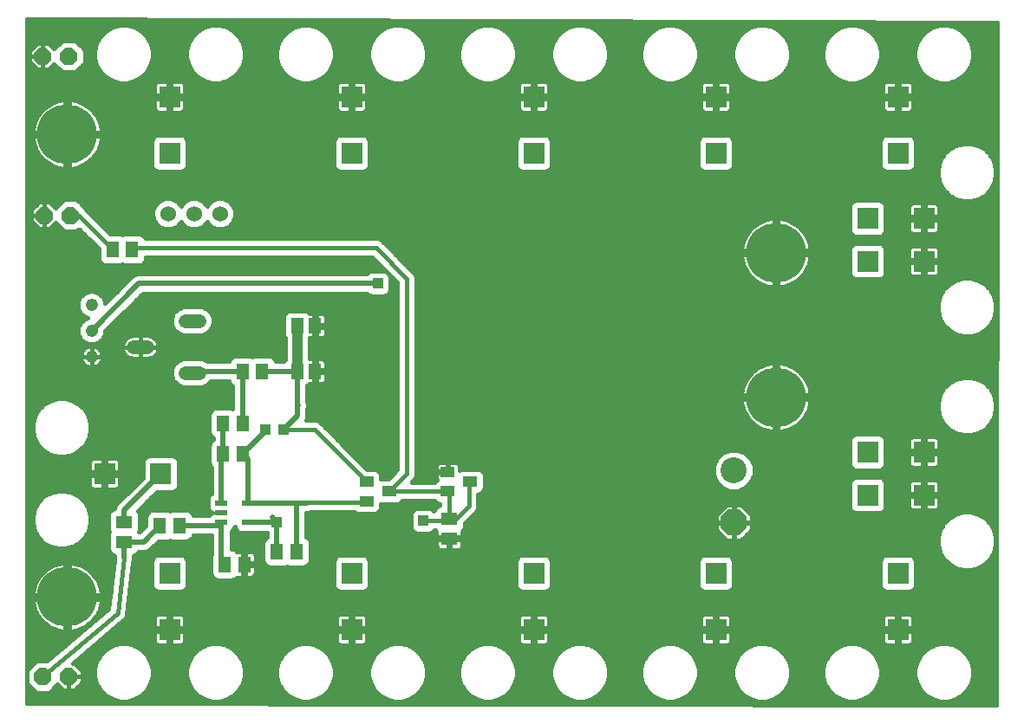
<source format=gbl>
G75*
%MOIN*%
%OFA0B0*%
%FSLAX24Y24*%
%IPPOS*%
%LPD*%
%AMOC8*
5,1,8,0,0,1.08239X$1,22.5*
%
%ADD10C,0.1000*%
%ADD11OC8,0.1000*%
%ADD12R,0.0512X0.0591*%
%ADD13R,0.0472X0.0236*%
%ADD14R,0.0827X0.0827*%
%ADD15R,0.0630X0.0512*%
%ADD16R,0.0512X0.0630*%
%ADD17C,0.0520*%
%ADD18C,0.0476*%
%ADD19OC8,0.0660*%
%ADD20C,0.0600*%
%ADD21C,0.2300*%
%ADD22R,0.0551X0.0394*%
%ADD23C,0.0160*%
%ADD24R,0.0396X0.0396*%
%ADD25C,0.0200*%
%ADD26C,0.0400*%
D10*
X029771Y011708D03*
D11*
X029771Y009708D03*
D12*
X013668Y015521D03*
X012998Y015521D03*
X012998Y017271D03*
X013668Y017271D03*
D13*
X011097Y010457D03*
X011097Y009709D03*
X010069Y009709D03*
X010069Y010083D03*
X010069Y010457D03*
D14*
X007748Y011583D03*
X005583Y011583D03*
X008083Y007748D03*
X008083Y005583D03*
X015083Y005583D03*
X015083Y007748D03*
X022083Y007748D03*
X022083Y005583D03*
X029083Y005583D03*
X029083Y007748D03*
X034918Y010756D03*
X037083Y010756D03*
X037083Y012410D03*
X034918Y012410D03*
X036083Y007748D03*
X036083Y005583D03*
X037083Y019756D03*
X037083Y021410D03*
X034918Y021410D03*
X034918Y019756D03*
X036083Y023918D03*
X036083Y026083D03*
X029083Y026083D03*
X029083Y023918D03*
X022083Y023918D03*
X022083Y026083D03*
X015083Y026083D03*
X015083Y023918D03*
X008083Y023918D03*
X008083Y026083D03*
D15*
X018833Y009832D03*
X018833Y009084D03*
X006333Y008959D03*
X006333Y009707D03*
D16*
X007709Y009583D03*
X008457Y009583D03*
X010209Y008083D03*
X010957Y008083D03*
X012209Y008583D03*
X012957Y008583D03*
X010895Y012333D03*
X010147Y012333D03*
X010144Y013512D03*
X010892Y013512D03*
X010897Y015521D03*
X011645Y015521D03*
X006645Y020208D03*
X005897Y020208D03*
D17*
X008698Y017458D02*
X009218Y017458D01*
X007218Y016458D02*
X006698Y016458D01*
X008698Y015458D02*
X009218Y015458D01*
D18*
X005083Y016083D03*
X005083Y017083D03*
X005083Y018083D03*
D19*
X004271Y021521D03*
X003271Y021521D03*
X003208Y027646D03*
X004208Y027646D03*
X004208Y003771D03*
X003208Y003771D03*
D20*
X008021Y021583D03*
X009021Y021583D03*
X010021Y021583D03*
D21*
X004146Y024646D03*
X004146Y006833D03*
X031396Y014521D03*
X031396Y020083D03*
D22*
X019641Y011271D03*
X018775Y011645D03*
X018775Y010897D03*
X016516Y010896D03*
X015650Y011270D03*
X015650Y010522D03*
D23*
X002583Y002749D02*
X002583Y029083D01*
X039909Y028960D01*
X039849Y002689D01*
X002583Y002749D01*
X002583Y002900D02*
X005875Y002900D01*
X005883Y002895D02*
X006165Y002820D01*
X006458Y002820D01*
X006740Y002895D01*
X006993Y003041D01*
X007200Y003248D01*
X007346Y003501D01*
X007421Y003783D01*
X007421Y004076D01*
X007346Y004358D01*
X007200Y004611D01*
X006993Y004818D01*
X006740Y004964D01*
X006458Y005039D01*
X006165Y005039D01*
X005883Y004964D01*
X005630Y004818D01*
X005423Y004611D01*
X005277Y004358D01*
X005201Y004076D01*
X005201Y003783D01*
X005277Y003501D01*
X005423Y003248D01*
X005630Y003041D01*
X005883Y002895D01*
X005613Y003059D02*
X002583Y003059D01*
X002583Y003217D02*
X002899Y003217D01*
X002955Y003161D02*
X003461Y003161D01*
X003779Y003479D01*
X003997Y003261D01*
X004208Y003261D01*
X004208Y003771D01*
X004718Y003771D01*
X004718Y003982D01*
X004419Y004281D01*
X004366Y004281D01*
X006311Y005929D01*
X006362Y005970D01*
X006366Y005976D01*
X006370Y005980D01*
X006400Y006038D01*
X006432Y006095D01*
X006433Y006101D01*
X006436Y006107D01*
X006441Y006172D01*
X006676Y008168D01*
X006713Y008257D01*
X006713Y008427D01*
X006807Y008466D01*
X006885Y008545D01*
X006900Y008579D01*
X007161Y008579D01*
X007300Y008637D01*
X007651Y008988D01*
X008021Y008988D01*
X008083Y009014D01*
X008145Y008988D01*
X008769Y008988D01*
X008872Y009031D01*
X008950Y009110D01*
X008989Y009203D01*
X009689Y009203D01*
X009689Y008492D01*
X009673Y008454D01*
X009673Y007712D01*
X009716Y007610D01*
X009795Y007531D01*
X009897Y007488D01*
X010521Y007488D01*
X010624Y007531D01*
X010681Y007588D01*
X010909Y007588D01*
X010909Y008035D01*
X011005Y008035D01*
X011005Y007588D01*
X011237Y007588D01*
X011282Y007600D01*
X011324Y007624D01*
X011357Y007658D01*
X011381Y007699D01*
X011393Y007744D01*
X011393Y008035D01*
X011005Y008035D01*
X011005Y008131D01*
X010909Y008131D01*
X010909Y008578D01*
X010681Y008578D01*
X010624Y008635D01*
X010521Y008678D01*
X010449Y008678D01*
X010449Y009347D01*
X010464Y009354D01*
X010542Y009432D01*
X010583Y009530D01*
X010624Y009432D01*
X010702Y009354D01*
X010805Y009311D01*
X011389Y009311D01*
X011431Y009328D01*
X011796Y009328D01*
X011829Y009295D01*
X011829Y009150D01*
X011795Y009135D01*
X011716Y009057D01*
X011673Y008954D01*
X011673Y008212D01*
X011716Y008110D01*
X011795Y008031D01*
X011897Y007988D01*
X012521Y007988D01*
X012583Y008014D01*
X012645Y007988D01*
X013269Y007988D01*
X013372Y008031D01*
X013450Y008110D01*
X013493Y008212D01*
X013493Y008954D01*
X013450Y009057D01*
X013372Y009135D01*
X013337Y009150D01*
X013337Y010077D01*
X013405Y010077D01*
X013522Y010126D01*
X015178Y010126D01*
X015216Y010087D01*
X015319Y010045D01*
X015981Y010045D01*
X016084Y010087D01*
X016163Y010166D01*
X016206Y010269D01*
X016206Y010419D01*
X016847Y010419D01*
X016950Y010461D01*
X017026Y010537D01*
X018267Y010537D01*
X018341Y010462D01*
X018444Y010420D01*
X018473Y010420D01*
X018473Y010368D01*
X018462Y010368D01*
X018360Y010325D01*
X018281Y010247D01*
X018242Y010154D01*
X018190Y010206D01*
X018087Y010249D01*
X017579Y010249D01*
X017476Y010206D01*
X017398Y010127D01*
X017355Y010024D01*
X017355Y009517D01*
X017398Y009414D01*
X017476Y009335D01*
X017579Y009292D01*
X018087Y009292D01*
X018190Y009335D01*
X018265Y009411D01*
X018288Y009411D01*
X018338Y009360D01*
X018338Y009132D01*
X018785Y009132D01*
X018785Y009036D01*
X018881Y009036D01*
X018881Y008648D01*
X019172Y008648D01*
X019218Y008660D01*
X019259Y008684D01*
X019292Y008718D01*
X019316Y008759D01*
X019328Y008804D01*
X019328Y009036D01*
X018881Y009036D01*
X018881Y009132D01*
X019328Y009132D01*
X019328Y009360D01*
X019385Y009418D01*
X019428Y009520D01*
X019428Y009669D01*
X019888Y010129D01*
X019943Y010261D01*
X019943Y010794D01*
X019972Y010794D01*
X020075Y010836D01*
X020154Y010915D01*
X020197Y011018D01*
X020197Y011523D01*
X020154Y011626D01*
X020075Y011705D01*
X019972Y011747D01*
X019310Y011747D01*
X019231Y011715D01*
X019231Y011865D01*
X019218Y011911D01*
X019195Y011952D01*
X019161Y011985D01*
X019120Y012009D01*
X019074Y012021D01*
X018793Y012021D01*
X018793Y011663D01*
X018757Y011663D01*
X018757Y012021D01*
X018476Y012021D01*
X018430Y012009D01*
X018389Y011985D01*
X018355Y011952D01*
X018332Y011911D01*
X018319Y011865D01*
X018319Y011663D01*
X018757Y011663D01*
X018757Y011626D01*
X018319Y011626D01*
X018319Y011424D01*
X018332Y011378D01*
X018355Y011337D01*
X018356Y011337D01*
X018341Y011331D01*
X018267Y011257D01*
X017386Y011257D01*
X017412Y011282D01*
X017513Y011384D01*
X017568Y011516D01*
X017568Y019155D01*
X017513Y019287D01*
X016326Y020474D01*
X016224Y020576D01*
X016092Y020631D01*
X007159Y020631D01*
X007138Y020682D01*
X007059Y020760D01*
X006956Y020803D01*
X006333Y020803D01*
X006271Y020777D01*
X006208Y020803D01*
X005811Y020803D01*
X004889Y021724D01*
X004881Y021733D01*
X004881Y021773D01*
X004523Y022131D01*
X004018Y022131D01*
X003700Y021813D01*
X003482Y022031D01*
X003271Y022031D01*
X003271Y021521D01*
X003271Y021521D01*
X003271Y022031D01*
X003059Y022031D01*
X002761Y021732D01*
X002761Y021521D01*
X003271Y021521D01*
X003271Y021011D01*
X003482Y021011D01*
X003700Y021229D01*
X004018Y020911D01*
X004523Y020911D01*
X004604Y020991D01*
X005361Y020235D01*
X005361Y019837D01*
X005403Y019735D01*
X005482Y019656D01*
X005585Y019613D01*
X006208Y019613D01*
X006271Y019639D01*
X006333Y019613D01*
X006956Y019613D01*
X007059Y019656D01*
X007138Y019735D01*
X007180Y019837D01*
X007180Y019911D01*
X015871Y019911D01*
X016848Y018934D01*
X016848Y011737D01*
X016484Y011372D01*
X016206Y011372D01*
X016206Y011522D01*
X016163Y011625D01*
X016084Y011704D01*
X015981Y011746D01*
X015682Y011746D01*
X013954Y013474D01*
X013853Y013576D01*
X013721Y013631D01*
X013335Y013631D01*
X013378Y013735D01*
X013378Y014079D01*
X013401Y014132D01*
X013401Y014284D01*
X013378Y014337D01*
X013378Y014974D01*
X013413Y014988D01*
X013470Y015045D01*
X013620Y015045D01*
X013620Y015473D01*
X013716Y015473D01*
X013716Y015569D01*
X013620Y015569D01*
X013620Y015996D01*
X013478Y015996D01*
X013478Y016795D01*
X013620Y016795D01*
X013620Y017223D01*
X013716Y017223D01*
X013716Y017319D01*
X013620Y017319D01*
X013620Y017746D01*
X013470Y017746D01*
X013413Y017803D01*
X013310Y017846D01*
X012687Y017846D01*
X012584Y017803D01*
X012505Y017724D01*
X012463Y017622D01*
X012463Y016920D01*
X012505Y016817D01*
X012518Y016803D01*
X012518Y015988D01*
X012505Y015974D01*
X012475Y015901D01*
X012177Y015901D01*
X012138Y015994D01*
X012059Y016073D01*
X011956Y016116D01*
X011333Y016116D01*
X011271Y016090D01*
X011208Y016116D01*
X010585Y016116D01*
X010482Y016073D01*
X010403Y015994D01*
X010363Y015898D01*
X009542Y015898D01*
X009524Y015916D01*
X009325Y015998D01*
X008591Y015998D01*
X008392Y015916D01*
X008240Y015764D01*
X008158Y015565D01*
X008158Y015351D01*
X008240Y015152D01*
X008392Y015000D01*
X008591Y014918D01*
X009325Y014918D01*
X009524Y015000D01*
X009662Y015138D01*
X010366Y015138D01*
X010403Y015047D01*
X010482Y014968D01*
X010512Y014956D01*
X010512Y014083D01*
X010456Y014107D01*
X009832Y014107D01*
X009730Y014064D01*
X009651Y013985D01*
X009608Y013882D01*
X009608Y013141D01*
X009651Y013038D01*
X009730Y012959D01*
X009767Y012944D01*
X009767Y012900D01*
X009732Y012885D01*
X009653Y012807D01*
X009611Y012704D01*
X009611Y011962D01*
X009653Y011860D01*
X009689Y011824D01*
X009689Y010819D01*
X009674Y010813D01*
X009595Y010734D01*
X009553Y010631D01*
X009553Y010283D01*
X009595Y010180D01*
X009653Y010123D01*
X009653Y010083D01*
X009653Y010043D01*
X009595Y009986D01*
X009586Y009963D01*
X008989Y009963D01*
X008950Y010057D01*
X008872Y010135D01*
X008769Y010178D01*
X008145Y010178D01*
X008083Y010152D01*
X008021Y010178D01*
X007397Y010178D01*
X007295Y010135D01*
X007216Y010057D01*
X007173Y009954D01*
X007173Y009585D01*
X006928Y009339D01*
X006905Y009339D01*
X006928Y009395D01*
X006928Y010019D01*
X006885Y010122D01*
X006855Y010152D01*
X007592Y010890D01*
X008218Y010890D01*
X008320Y010932D01*
X008399Y011011D01*
X008442Y011114D01*
X008442Y012052D01*
X008399Y012155D01*
X008320Y012234D01*
X008218Y012276D01*
X007279Y012276D01*
X007176Y012234D01*
X007098Y012155D01*
X007055Y012052D01*
X007055Y011427D01*
X006011Y010383D01*
X005953Y010243D01*
X005953Y010239D01*
X005860Y010200D01*
X005781Y010122D01*
X005738Y010019D01*
X005738Y009395D01*
X005764Y009333D01*
X005738Y009271D01*
X005738Y008647D01*
X005781Y008545D01*
X005860Y008466D01*
X005953Y008427D01*
X005953Y008257D01*
X005960Y008241D01*
X005742Y006391D01*
X003371Y004381D01*
X002955Y004381D01*
X002598Y004023D01*
X002598Y003518D01*
X002955Y003161D01*
X002740Y003376D02*
X002583Y003376D01*
X002583Y003534D02*
X002598Y003534D01*
X002583Y003693D02*
X002598Y003693D01*
X002583Y003851D02*
X002598Y003851D01*
X002583Y004010D02*
X002598Y004010D01*
X002583Y004168D02*
X002743Y004168D01*
X002901Y004327D02*
X002583Y004327D01*
X002583Y004485D02*
X003494Y004485D01*
X003681Y004644D02*
X002583Y004644D01*
X002583Y004802D02*
X003868Y004802D01*
X004055Y004961D02*
X002583Y004961D01*
X002583Y005119D02*
X004242Y005119D01*
X004429Y005278D02*
X002583Y005278D01*
X002583Y005436D02*
X004616Y005436D01*
X004594Y005579D02*
X004715Y005629D01*
X004830Y005691D01*
X004939Y005764D01*
X005040Y005846D01*
X005132Y005939D01*
X005215Y006040D01*
X005288Y006148D01*
X005349Y006264D01*
X005399Y006384D01*
X005437Y006510D01*
X005463Y006638D01*
X005474Y006753D01*
X004226Y006753D01*
X004226Y006913D01*
X005474Y006913D01*
X005463Y007028D01*
X005437Y007157D01*
X005399Y007282D01*
X005349Y007402D01*
X005288Y007518D01*
X005215Y007626D01*
X005132Y007727D01*
X005040Y007820D01*
X004939Y007903D01*
X004830Y007975D01*
X004715Y008037D01*
X004594Y008087D01*
X004469Y008125D01*
X004341Y008150D01*
X004226Y008162D01*
X004226Y006913D01*
X004066Y006913D01*
X004066Y008162D01*
X003950Y008150D01*
X003822Y008125D01*
X003697Y008087D01*
X003576Y008037D01*
X003461Y007975D01*
X003352Y007903D01*
X003251Y007820D01*
X003159Y007727D01*
X003076Y007626D01*
X003003Y007518D01*
X002942Y007402D01*
X002892Y007282D01*
X002854Y007157D01*
X002828Y007028D01*
X002817Y006913D01*
X004066Y006913D01*
X004066Y006753D01*
X004226Y006753D01*
X004226Y005505D01*
X004341Y005516D01*
X004469Y005541D01*
X004594Y005579D01*
X004631Y005595D02*
X004803Y005595D01*
X004923Y005753D02*
X004990Y005753D01*
X005105Y005912D02*
X005177Y005912D01*
X005235Y006070D02*
X005364Y006070D01*
X005331Y006229D02*
X005551Y006229D01*
X005400Y006387D02*
X005738Y006387D01*
X005760Y006546D02*
X005444Y006546D01*
X005469Y006704D02*
X005779Y006704D01*
X005798Y006863D02*
X004226Y006863D01*
X004226Y007021D02*
X004066Y007021D01*
X004066Y006863D02*
X002583Y006863D01*
X002583Y007021D02*
X002828Y007021D01*
X002861Y007180D02*
X002583Y007180D01*
X002583Y007338D02*
X002915Y007338D01*
X002992Y007497D02*
X002583Y007497D01*
X002583Y007655D02*
X003100Y007655D01*
X003245Y007814D02*
X002583Y007814D01*
X002583Y007972D02*
X003456Y007972D01*
X003851Y008131D02*
X002583Y008131D01*
X002583Y008289D02*
X005953Y008289D01*
X005947Y008131D02*
X004440Y008131D01*
X004226Y008131D02*
X004066Y008131D01*
X004066Y007972D02*
X004226Y007972D01*
X004226Y007814D02*
X004066Y007814D01*
X004066Y007655D02*
X004226Y007655D01*
X004226Y007497D02*
X004066Y007497D01*
X004066Y007338D02*
X004226Y007338D01*
X004226Y007180D02*
X004066Y007180D01*
X004066Y006753D02*
X002817Y006753D01*
X002828Y006638D01*
X002854Y006510D01*
X002892Y006384D01*
X002942Y006264D01*
X003003Y006148D01*
X003076Y006040D01*
X003159Y005939D01*
X003251Y005846D01*
X003352Y005764D01*
X003461Y005691D01*
X003576Y005629D01*
X003697Y005579D01*
X003822Y005541D01*
X003950Y005516D01*
X004066Y005505D01*
X004066Y006753D01*
X004066Y006704D02*
X004226Y006704D01*
X004226Y006546D02*
X004066Y006546D01*
X004066Y006387D02*
X004226Y006387D01*
X004226Y006229D02*
X004066Y006229D01*
X004066Y006070D02*
X004226Y006070D01*
X004226Y005912D02*
X004066Y005912D01*
X004066Y005753D02*
X004226Y005753D01*
X004226Y005595D02*
X004066Y005595D01*
X003660Y005595D02*
X002583Y005595D01*
X002583Y005753D02*
X003368Y005753D01*
X003186Y005912D02*
X002583Y005912D01*
X002583Y006070D02*
X003056Y006070D01*
X002961Y006229D02*
X002583Y006229D01*
X002583Y006387D02*
X002891Y006387D01*
X002847Y006546D02*
X002583Y006546D01*
X002583Y006704D02*
X002822Y006704D01*
X002583Y008448D02*
X005903Y008448D01*
X005755Y008606D02*
X002583Y008606D01*
X002583Y008765D02*
X003548Y008765D01*
X003501Y008777D02*
X003783Y008701D01*
X004076Y008701D01*
X004358Y008777D01*
X004611Y008923D01*
X004818Y009130D01*
X004964Y009383D01*
X005039Y009665D01*
X005039Y009958D01*
X004964Y010240D01*
X004818Y010493D01*
X004611Y010700D01*
X004358Y010846D01*
X004076Y010921D01*
X003783Y010921D01*
X003501Y010846D01*
X003248Y010700D01*
X003041Y010493D01*
X002895Y010240D01*
X002820Y009958D01*
X002820Y009665D01*
X002895Y009383D01*
X003041Y009130D01*
X003248Y008923D01*
X003501Y008777D01*
X003248Y008923D02*
X002583Y008923D01*
X002583Y009082D02*
X003090Y009082D01*
X002978Y009240D02*
X002583Y009240D01*
X002583Y009399D02*
X002891Y009399D01*
X002849Y009557D02*
X002583Y009557D01*
X002583Y009716D02*
X002820Y009716D01*
X002820Y009874D02*
X002583Y009874D01*
X002583Y010033D02*
X002840Y010033D01*
X002882Y010191D02*
X002583Y010191D01*
X002583Y010350D02*
X002959Y010350D01*
X003057Y010508D02*
X002583Y010508D01*
X002583Y010667D02*
X003215Y010667D01*
X003465Y010825D02*
X002583Y010825D01*
X002583Y010984D02*
X006612Y010984D01*
X006770Y011142D02*
X006175Y011142D01*
X006176Y011146D02*
X006176Y011525D01*
X005641Y011525D01*
X005641Y010990D01*
X006020Y010990D01*
X006066Y011002D01*
X006107Y011026D01*
X006140Y011059D01*
X006164Y011100D01*
X006176Y011146D01*
X006176Y011301D02*
X006929Y011301D01*
X007055Y011459D02*
X006176Y011459D01*
X006176Y011641D02*
X006176Y012020D01*
X006164Y012066D01*
X006140Y012107D01*
X006107Y012140D01*
X006066Y012164D01*
X006020Y012176D01*
X005641Y012176D01*
X005641Y011641D01*
X005525Y011641D01*
X005525Y011525D01*
X005641Y011525D01*
X005641Y011641D01*
X006176Y011641D01*
X006176Y011776D02*
X007055Y011776D01*
X007055Y011618D02*
X005641Y011618D01*
X005525Y011618D02*
X002583Y011618D01*
X002583Y011776D02*
X004990Y011776D01*
X004990Y011641D02*
X004990Y012020D01*
X005002Y012066D01*
X005026Y012107D01*
X005059Y012140D01*
X005100Y012164D01*
X005146Y012176D01*
X005525Y012176D01*
X005525Y011641D01*
X004990Y011641D01*
X004990Y011525D02*
X004990Y011146D01*
X005002Y011100D01*
X005026Y011059D01*
X005059Y011026D01*
X005100Y011002D01*
X005146Y010990D01*
X005525Y010990D01*
X005525Y011525D01*
X004990Y011525D01*
X004990Y011459D02*
X002583Y011459D01*
X002583Y011301D02*
X004990Y011301D01*
X004991Y011142D02*
X002583Y011142D01*
X002583Y011935D02*
X004990Y011935D01*
X005018Y012093D02*
X002583Y012093D01*
X002583Y012252D02*
X003758Y012252D01*
X003783Y012245D02*
X004076Y012245D01*
X004358Y012320D01*
X004611Y012467D01*
X004818Y012673D01*
X004964Y012926D01*
X005039Y013209D01*
X005039Y013501D01*
X004964Y013783D01*
X004818Y014036D01*
X004611Y014243D01*
X004358Y014389D01*
X004076Y014465D01*
X003783Y014465D01*
X003501Y014389D01*
X003248Y014243D01*
X003041Y014036D01*
X002895Y013783D01*
X002820Y013501D01*
X002820Y013209D01*
X002895Y012926D01*
X003041Y012673D01*
X003248Y012467D01*
X003501Y012320D01*
X003783Y012245D01*
X004101Y012252D02*
X007219Y012252D01*
X007072Y012093D02*
X006149Y012093D01*
X006176Y011935D02*
X007055Y011935D01*
X007528Y010825D02*
X009689Y010825D01*
X009689Y010984D02*
X008372Y010984D01*
X008442Y011142D02*
X009689Y011142D01*
X009689Y011301D02*
X008442Y011301D01*
X008442Y011459D02*
X009689Y011459D01*
X009689Y011618D02*
X008442Y011618D01*
X008442Y011776D02*
X009689Y011776D01*
X009622Y011935D02*
X008442Y011935D01*
X008425Y012093D02*
X009611Y012093D01*
X009611Y012252D02*
X008278Y012252D01*
X009611Y012410D02*
X004513Y012410D01*
X004713Y012569D02*
X009611Y012569D01*
X009620Y012727D02*
X004849Y012727D01*
X004940Y012886D02*
X009732Y012886D01*
X009648Y013044D02*
X004995Y013044D01*
X005038Y013203D02*
X009608Y013203D01*
X009608Y013361D02*
X005039Y013361D01*
X005034Y013520D02*
X009608Y013520D01*
X009608Y013678D02*
X004992Y013678D01*
X004933Y013837D02*
X009608Y013837D01*
X009660Y013995D02*
X004841Y013995D01*
X004700Y014154D02*
X010512Y014154D01*
X010512Y014312D02*
X004491Y014312D01*
X003368Y014312D02*
X002583Y014312D01*
X002583Y014154D02*
X003159Y014154D01*
X003018Y013995D02*
X002583Y013995D01*
X002583Y013837D02*
X002926Y013837D01*
X002867Y013678D02*
X002583Y013678D01*
X002583Y013520D02*
X002825Y013520D01*
X002820Y013361D02*
X002583Y013361D01*
X002583Y013203D02*
X002821Y013203D01*
X002864Y013044D02*
X002583Y013044D01*
X002583Y012886D02*
X002919Y012886D01*
X003010Y012727D02*
X002583Y012727D01*
X002583Y012569D02*
X003146Y012569D01*
X003346Y012410D02*
X002583Y012410D01*
X004394Y010825D02*
X006453Y010825D01*
X006295Y010667D02*
X004644Y010667D01*
X004803Y010508D02*
X006136Y010508D01*
X005997Y010350D02*
X004900Y010350D01*
X004977Y010191D02*
X005850Y010191D01*
X005744Y010033D02*
X005019Y010033D01*
X005039Y009874D02*
X005738Y009874D01*
X005738Y009716D02*
X005039Y009716D01*
X005010Y009557D02*
X005738Y009557D01*
X005738Y009399D02*
X004968Y009399D01*
X004881Y009240D02*
X005738Y009240D01*
X005738Y009082D02*
X004769Y009082D01*
X004611Y008923D02*
X005738Y008923D01*
X005738Y008765D02*
X004311Y008765D01*
X004835Y007972D02*
X005928Y007972D01*
X005909Y007814D02*
X005046Y007814D01*
X005192Y007655D02*
X005891Y007655D01*
X005872Y007497D02*
X005299Y007497D01*
X005376Y007338D02*
X005854Y007338D01*
X005835Y007180D02*
X005430Y007180D01*
X005463Y007021D02*
X005816Y007021D01*
X006523Y006863D02*
X039859Y006863D01*
X039859Y007021D02*
X006541Y007021D01*
X006560Y007180D02*
X007431Y007180D01*
X007432Y007176D02*
X007511Y007098D01*
X007614Y007055D01*
X008552Y007055D01*
X008655Y007098D01*
X008734Y007176D01*
X008776Y007279D01*
X008776Y008218D01*
X008734Y008320D01*
X008655Y008399D01*
X008552Y008442D01*
X007614Y008442D01*
X007511Y008399D01*
X007432Y008320D01*
X007390Y008218D01*
X007390Y007279D01*
X007432Y007176D01*
X007390Y007338D02*
X006578Y007338D01*
X006597Y007497D02*
X007390Y007497D01*
X007390Y007655D02*
X006616Y007655D01*
X006634Y007814D02*
X007390Y007814D01*
X007390Y007972D02*
X006653Y007972D01*
X006672Y008131D02*
X007390Y008131D01*
X007419Y008289D02*
X006713Y008289D01*
X006763Y008448D02*
X009673Y008448D01*
X009689Y008606D02*
X007226Y008606D01*
X007428Y008765D02*
X009689Y008765D01*
X009689Y008923D02*
X007586Y008923D01*
X006987Y009399D02*
X006928Y009399D01*
X006928Y009557D02*
X007146Y009557D01*
X007173Y009716D02*
X006928Y009716D01*
X006928Y009874D02*
X007173Y009874D01*
X007206Y010033D02*
X006922Y010033D01*
X006894Y010191D02*
X009591Y010191D01*
X009653Y010083D02*
X009719Y010083D01*
X009719Y010083D01*
X009719Y010083D01*
X009653Y010083D01*
X009642Y010033D02*
X008960Y010033D01*
X009553Y010350D02*
X007052Y010350D01*
X007211Y010508D02*
X009553Y010508D01*
X009567Y010667D02*
X007369Y010667D01*
X005641Y011142D02*
X005525Y011142D01*
X005525Y011301D02*
X005641Y011301D01*
X005641Y011459D02*
X005525Y011459D01*
X005525Y011776D02*
X005641Y011776D01*
X005641Y011935D02*
X005525Y011935D01*
X005525Y012093D02*
X005641Y012093D01*
X002583Y014471D02*
X010512Y014471D01*
X010512Y014629D02*
X002583Y014629D01*
X002583Y014788D02*
X010512Y014788D01*
X010512Y014946D02*
X009393Y014946D01*
X009628Y015105D02*
X010379Y015105D01*
X010465Y016056D02*
X007397Y016056D01*
X007387Y016050D02*
X007449Y016082D01*
X007505Y016122D01*
X007554Y016171D01*
X007594Y016227D01*
X007626Y016289D01*
X007647Y016355D01*
X007658Y016423D01*
X007658Y016458D01*
X006958Y016458D01*
X006958Y016458D01*
X006958Y016018D01*
X006663Y016018D01*
X006595Y016029D01*
X006529Y016050D01*
X006467Y016082D01*
X006411Y016122D01*
X006362Y016171D01*
X006322Y016227D01*
X006290Y016289D01*
X006269Y016355D01*
X006258Y016423D01*
X006258Y016458D01*
X006958Y016458D01*
X006958Y016458D01*
X006958Y016018D01*
X007253Y016018D01*
X007321Y016029D01*
X007387Y016050D01*
X007585Y016214D02*
X012518Y016214D01*
X012518Y016056D02*
X012076Y016056D01*
X012518Y016373D02*
X007650Y016373D01*
X007658Y016458D02*
X007658Y016493D01*
X007647Y016561D01*
X007626Y016627D01*
X007594Y016689D01*
X007554Y016745D01*
X007505Y016794D01*
X007449Y016834D01*
X007387Y016866D01*
X007321Y016887D01*
X007253Y016898D01*
X006958Y016898D01*
X006663Y016898D01*
X006595Y016887D01*
X006529Y016866D01*
X006467Y016834D01*
X006411Y016794D01*
X006362Y016745D01*
X006322Y016689D01*
X006290Y016627D01*
X006269Y016561D01*
X006258Y016493D01*
X006258Y016458D01*
X006958Y016458D01*
X006958Y016898D01*
X006958Y016458D01*
X006958Y016458D01*
X006958Y016458D01*
X007658Y016458D01*
X007652Y016531D02*
X012518Y016531D01*
X012518Y016690D02*
X007594Y016690D01*
X007422Y016848D02*
X012492Y016848D01*
X012463Y017007D02*
X009530Y017007D01*
X009524Y017000D02*
X009676Y017152D01*
X009758Y017351D01*
X009758Y017565D01*
X009676Y017764D01*
X009524Y017916D01*
X009325Y017998D01*
X008591Y017998D01*
X008392Y017916D01*
X008240Y017764D01*
X008158Y017565D01*
X008158Y017351D01*
X008240Y017152D01*
X008392Y017000D01*
X008591Y016918D01*
X009325Y016918D01*
X009524Y017000D01*
X009681Y017165D02*
X012463Y017165D01*
X012463Y017324D02*
X009747Y017324D01*
X009758Y017482D02*
X012463Y017482D01*
X012470Y017641D02*
X009727Y017641D01*
X009641Y017799D02*
X012580Y017799D01*
X013417Y017799D02*
X016848Y017799D01*
X016848Y017641D02*
X014088Y017641D01*
X014091Y017635D02*
X014068Y017676D01*
X014034Y017710D01*
X013993Y017734D01*
X013947Y017746D01*
X013716Y017746D01*
X013716Y017319D01*
X014104Y017319D01*
X014104Y017590D01*
X014091Y017635D01*
X014104Y017482D02*
X016848Y017482D01*
X016848Y017324D02*
X014104Y017324D01*
X014104Y017223D02*
X013716Y017223D01*
X013716Y016795D01*
X013947Y016795D01*
X013993Y016808D01*
X014034Y016831D01*
X014068Y016865D01*
X014091Y016906D01*
X014104Y016952D01*
X014104Y017223D01*
X014104Y017165D02*
X016848Y017165D01*
X016848Y017007D02*
X014104Y017007D01*
X014051Y016848D02*
X016848Y016848D01*
X016848Y016690D02*
X013478Y016690D01*
X013478Y016531D02*
X016848Y016531D01*
X016848Y016373D02*
X013478Y016373D01*
X013478Y016214D02*
X016848Y016214D01*
X016848Y016056D02*
X013478Y016056D01*
X013620Y015897D02*
X013716Y015897D01*
X013716Y015996D02*
X013716Y015569D01*
X014104Y015569D01*
X014104Y015840D01*
X014091Y015885D01*
X014068Y015926D01*
X014034Y015960D01*
X013993Y015984D01*
X013947Y015996D01*
X013716Y015996D01*
X013716Y015739D02*
X013620Y015739D01*
X013620Y015580D02*
X013716Y015580D01*
X013716Y015473D02*
X014104Y015473D01*
X014104Y015202D01*
X014091Y015156D01*
X014068Y015115D01*
X014034Y015081D01*
X013993Y015058D01*
X013947Y015045D01*
X013716Y015045D01*
X013716Y015473D01*
X013716Y015422D02*
X013620Y015422D01*
X013620Y015263D02*
X013716Y015263D01*
X013716Y015105D02*
X013620Y015105D01*
X013378Y014946D02*
X016848Y014946D01*
X016848Y014788D02*
X013378Y014788D01*
X013378Y014629D02*
X016848Y014629D01*
X016848Y014471D02*
X013378Y014471D01*
X013389Y014312D02*
X016848Y014312D01*
X016848Y014154D02*
X013401Y014154D01*
X013378Y013995D02*
X016848Y013995D01*
X016848Y013837D02*
X013378Y013837D01*
X013355Y013678D02*
X016848Y013678D01*
X016848Y013520D02*
X013909Y013520D01*
X014068Y013361D02*
X016848Y013361D01*
X016848Y013203D02*
X014226Y013203D01*
X014385Y013044D02*
X016848Y013044D01*
X016848Y012886D02*
X014543Y012886D01*
X014702Y012727D02*
X016848Y012727D01*
X016848Y012569D02*
X014860Y012569D01*
X015019Y012410D02*
X016848Y012410D01*
X016848Y012252D02*
X015177Y012252D01*
X015336Y012093D02*
X016848Y012093D01*
X016848Y011935D02*
X015494Y011935D01*
X015653Y011776D02*
X016848Y011776D01*
X016729Y011618D02*
X016166Y011618D01*
X016206Y011459D02*
X016571Y011459D01*
X016517Y010897D02*
X018775Y010897D01*
X018833Y010838D01*
X018833Y009832D01*
X019021Y009771D02*
X017833Y009771D01*
X017355Y009716D02*
X013337Y009716D01*
X013337Y009874D02*
X017355Y009874D01*
X017358Y010033D02*
X013337Y010033D01*
X013337Y009557D02*
X017355Y009557D01*
X017413Y009399D02*
X013337Y009399D01*
X013337Y009240D02*
X018338Y009240D01*
X018300Y009399D02*
X018253Y009399D01*
X018338Y009036D02*
X018338Y008804D01*
X018350Y008759D01*
X018374Y008718D01*
X018408Y008684D01*
X018449Y008660D01*
X018494Y008648D01*
X018785Y008648D01*
X018785Y009036D01*
X018338Y009036D01*
X018338Y008923D02*
X013493Y008923D01*
X013493Y008765D02*
X018349Y008765D01*
X018785Y008765D02*
X018881Y008765D01*
X018881Y008923D02*
X018785Y008923D01*
X018785Y009082D02*
X013425Y009082D01*
X013493Y008606D02*
X037689Y008606D01*
X037702Y008556D02*
X037848Y008303D01*
X038055Y008096D01*
X038308Y007950D01*
X038590Y007875D01*
X038883Y007875D01*
X039165Y007950D01*
X039418Y008096D01*
X039625Y008303D01*
X039771Y008556D01*
X039847Y008839D01*
X039847Y009131D01*
X039771Y009413D01*
X039625Y009666D01*
X039418Y009873D01*
X039165Y010019D01*
X038883Y010095D01*
X038590Y010095D01*
X038308Y010019D01*
X038055Y009873D01*
X037848Y009666D01*
X037702Y009413D01*
X037627Y009131D01*
X037627Y008839D01*
X037702Y008556D01*
X037765Y008448D02*
X013493Y008448D01*
X013493Y008289D02*
X014419Y008289D01*
X014432Y008320D02*
X014390Y008218D01*
X014390Y007279D01*
X014432Y007176D01*
X014511Y007098D01*
X014614Y007055D01*
X015552Y007055D01*
X015655Y007098D01*
X015734Y007176D01*
X015776Y007279D01*
X015776Y008218D01*
X015734Y008320D01*
X015655Y008399D01*
X015552Y008442D01*
X014614Y008442D01*
X014511Y008399D01*
X014432Y008320D01*
X014390Y008131D02*
X013459Y008131D01*
X014390Y007972D02*
X011393Y007972D01*
X011393Y007814D02*
X014390Y007814D01*
X014390Y007655D02*
X011355Y007655D01*
X011005Y007655D02*
X010909Y007655D01*
X010909Y007814D02*
X011005Y007814D01*
X011005Y007972D02*
X010909Y007972D01*
X011005Y008131D02*
X011707Y008131D01*
X011673Y008289D02*
X011393Y008289D01*
X011393Y008422D02*
X011381Y008468D01*
X011357Y008509D01*
X011324Y008542D01*
X011282Y008566D01*
X011237Y008578D01*
X011005Y008578D01*
X011005Y008131D01*
X011393Y008131D01*
X011393Y008422D01*
X011386Y008448D02*
X011673Y008448D01*
X011673Y008606D02*
X010653Y008606D01*
X010449Y008765D02*
X011673Y008765D01*
X011673Y008923D02*
X010449Y008923D01*
X010449Y009082D02*
X011741Y009082D01*
X011829Y009240D02*
X010449Y009240D01*
X010509Y009399D02*
X010657Y009399D01*
X009689Y009082D02*
X008922Y009082D01*
X008747Y008289D02*
X009673Y008289D01*
X009673Y008131D02*
X008776Y008131D01*
X008776Y007972D02*
X009673Y007972D01*
X009673Y007814D02*
X008776Y007814D01*
X008776Y007655D02*
X009697Y007655D01*
X009877Y007497D02*
X008776Y007497D01*
X008776Y007338D02*
X014390Y007338D01*
X014390Y007497D02*
X010541Y007497D01*
X010909Y008289D02*
X011005Y008289D01*
X011005Y008448D02*
X010909Y008448D01*
X008735Y007180D02*
X014431Y007180D01*
X014646Y006176D02*
X014600Y006164D01*
X014559Y006140D01*
X014526Y006107D01*
X014502Y006066D01*
X014490Y006020D01*
X014490Y005641D01*
X015025Y005641D01*
X015025Y005525D01*
X015141Y005525D01*
X015141Y004990D01*
X015520Y004990D01*
X015566Y005002D01*
X015607Y005026D01*
X015640Y005059D01*
X015664Y005100D01*
X015676Y005146D01*
X015676Y005525D01*
X015141Y005525D01*
X015141Y005641D01*
X015676Y005641D01*
X015676Y006020D01*
X015664Y006066D01*
X015640Y006107D01*
X015607Y006140D01*
X015566Y006164D01*
X015520Y006176D01*
X015141Y006176D01*
X015141Y005641D01*
X015025Y005641D01*
X015025Y006176D01*
X014646Y006176D01*
X014504Y006070D02*
X008662Y006070D01*
X008664Y006066D02*
X008640Y006107D01*
X008607Y006140D01*
X008566Y006164D01*
X008520Y006176D01*
X008141Y006176D01*
X008141Y005641D01*
X008676Y005641D01*
X008676Y006020D01*
X008664Y006066D01*
X008676Y005912D02*
X014490Y005912D01*
X014490Y005753D02*
X008676Y005753D01*
X008676Y005525D02*
X008141Y005525D01*
X008141Y004990D01*
X008520Y004990D01*
X008566Y005002D01*
X008607Y005026D01*
X008640Y005059D01*
X008664Y005100D01*
X008676Y005146D01*
X008676Y005525D01*
X008676Y005436D02*
X014490Y005436D01*
X014490Y005525D02*
X014490Y005146D01*
X014502Y005100D01*
X014526Y005059D01*
X014559Y005026D01*
X014600Y005002D01*
X014646Y004990D01*
X015025Y004990D01*
X015025Y005525D01*
X014490Y005525D01*
X014490Y005278D02*
X008676Y005278D01*
X008669Y005119D02*
X014497Y005119D01*
X014009Y004802D02*
X016158Y004802D01*
X016173Y004818D02*
X015967Y004611D01*
X015820Y004358D01*
X015745Y004076D01*
X015745Y003783D01*
X015820Y003501D01*
X015967Y003248D01*
X016173Y003041D01*
X016426Y002895D01*
X016709Y002820D01*
X017001Y002820D01*
X017283Y002895D01*
X017536Y003041D01*
X017743Y003248D01*
X017889Y003501D01*
X017965Y003783D01*
X017965Y004076D01*
X017889Y004358D01*
X017743Y004611D01*
X017536Y004818D01*
X017283Y004964D01*
X017001Y005039D01*
X016709Y005039D01*
X016426Y004964D01*
X016173Y004818D01*
X015999Y004644D02*
X014167Y004644D01*
X014200Y004611D02*
X013993Y004818D01*
X013740Y004964D01*
X013458Y005039D01*
X013165Y005039D01*
X012883Y004964D01*
X012630Y004818D01*
X012423Y004611D01*
X012277Y004358D01*
X012201Y004076D01*
X012201Y003783D01*
X012277Y003501D01*
X012423Y003248D01*
X012630Y003041D01*
X012883Y002895D01*
X013165Y002820D01*
X013458Y002820D01*
X013740Y002895D01*
X013993Y003041D01*
X014200Y003248D01*
X014346Y003501D01*
X014421Y003783D01*
X014421Y004076D01*
X014346Y004358D01*
X014200Y004611D01*
X014272Y004485D02*
X015894Y004485D01*
X015812Y004327D02*
X014354Y004327D01*
X014397Y004168D02*
X015770Y004168D01*
X015745Y004010D02*
X014421Y004010D01*
X014421Y003851D02*
X015745Y003851D01*
X015769Y003693D02*
X014397Y003693D01*
X014355Y003534D02*
X015812Y003534D01*
X015893Y003376D02*
X014273Y003376D01*
X014169Y003217D02*
X015998Y003217D01*
X016156Y003059D02*
X014010Y003059D01*
X013748Y002900D02*
X016418Y002900D01*
X017291Y002900D02*
X019875Y002900D01*
X019883Y002895D02*
X020165Y002820D01*
X020458Y002820D01*
X020740Y002895D01*
X020993Y003041D01*
X021200Y003248D01*
X021346Y003501D01*
X021421Y003783D01*
X021421Y004076D01*
X021346Y004358D01*
X021200Y004611D01*
X020993Y004818D01*
X020740Y004964D01*
X020458Y005039D01*
X020165Y005039D01*
X019883Y004964D01*
X019630Y004818D01*
X019423Y004611D01*
X019277Y004358D01*
X019201Y004076D01*
X019201Y003783D01*
X019277Y003501D01*
X019423Y003248D01*
X019630Y003041D01*
X019883Y002895D01*
X019613Y003059D02*
X017553Y003059D01*
X017712Y003217D02*
X019454Y003217D01*
X019350Y003376D02*
X017817Y003376D01*
X017898Y003534D02*
X019268Y003534D01*
X019226Y003693D02*
X017940Y003693D01*
X017965Y003851D02*
X019201Y003851D01*
X019201Y004010D02*
X017965Y004010D01*
X017940Y004168D02*
X019226Y004168D01*
X019269Y004327D02*
X017897Y004327D01*
X017816Y004485D02*
X019351Y004485D01*
X019456Y004644D02*
X017710Y004644D01*
X017552Y004802D02*
X019614Y004802D01*
X019877Y004961D02*
X017289Y004961D01*
X016421Y004961D02*
X013745Y004961D01*
X012877Y004961D02*
X010289Y004961D01*
X010283Y004964D02*
X010001Y005039D01*
X009709Y005039D01*
X009426Y004964D01*
X009173Y004818D01*
X008967Y004611D01*
X008820Y004358D01*
X008745Y004076D01*
X008745Y003783D01*
X008820Y003501D01*
X008967Y003248D01*
X009173Y003041D01*
X009426Y002895D01*
X009709Y002820D01*
X010001Y002820D01*
X010283Y002895D01*
X010536Y003041D01*
X010743Y003248D01*
X010889Y003501D01*
X010965Y003783D01*
X010965Y004076D01*
X010889Y004358D01*
X010743Y004611D01*
X010536Y004818D01*
X010283Y004964D01*
X010552Y004802D02*
X012614Y004802D01*
X012456Y004644D02*
X010710Y004644D01*
X010816Y004485D02*
X012351Y004485D01*
X012269Y004327D02*
X010897Y004327D01*
X010940Y004168D02*
X012226Y004168D01*
X012201Y004010D02*
X010965Y004010D01*
X010965Y003851D02*
X012201Y003851D01*
X012226Y003693D02*
X010940Y003693D01*
X010898Y003534D02*
X012268Y003534D01*
X012350Y003376D02*
X010817Y003376D01*
X010712Y003217D02*
X012454Y003217D01*
X012613Y003059D02*
X010553Y003059D01*
X010291Y002900D02*
X012875Y002900D01*
X015025Y005119D02*
X015141Y005119D01*
X015141Y005278D02*
X015025Y005278D01*
X015025Y005436D02*
X015141Y005436D01*
X015141Y005595D02*
X022025Y005595D01*
X022025Y005641D02*
X022025Y005525D01*
X022141Y005525D01*
X022141Y004990D01*
X022520Y004990D01*
X022566Y005002D01*
X022607Y005026D01*
X022640Y005059D01*
X022664Y005100D01*
X022676Y005146D01*
X022676Y005525D01*
X022141Y005525D01*
X022141Y005641D01*
X022676Y005641D01*
X022676Y006020D01*
X022664Y006066D01*
X022640Y006107D01*
X022607Y006140D01*
X022566Y006164D01*
X022520Y006176D01*
X022141Y006176D01*
X022141Y005641D01*
X022025Y005641D01*
X021490Y005641D01*
X021490Y006020D01*
X021502Y006066D01*
X021526Y006107D01*
X021559Y006140D01*
X021600Y006164D01*
X021646Y006176D01*
X022025Y006176D01*
X022025Y005641D01*
X022025Y005753D02*
X022141Y005753D01*
X022141Y005595D02*
X029025Y005595D01*
X029025Y005641D02*
X029025Y005525D01*
X029141Y005525D01*
X029141Y004990D01*
X029520Y004990D01*
X029566Y005002D01*
X029607Y005026D01*
X029640Y005059D01*
X029664Y005100D01*
X029676Y005146D01*
X029676Y005525D01*
X029141Y005525D01*
X029141Y005641D01*
X029676Y005641D01*
X029676Y006020D01*
X029664Y006066D01*
X029640Y006107D01*
X029607Y006140D01*
X029566Y006164D01*
X029520Y006176D01*
X029141Y006176D01*
X029141Y005641D01*
X029025Y005641D01*
X028490Y005641D01*
X028490Y006020D01*
X028502Y006066D01*
X028526Y006107D01*
X028559Y006140D01*
X028600Y006164D01*
X028646Y006176D01*
X029025Y006176D01*
X029025Y005641D01*
X029025Y005753D02*
X029141Y005753D01*
X029141Y005595D02*
X036025Y005595D01*
X036025Y005641D02*
X036025Y005525D01*
X036141Y005525D01*
X036141Y004990D01*
X036520Y004990D01*
X036566Y005002D01*
X036607Y005026D01*
X036640Y005059D01*
X036664Y005100D01*
X036676Y005146D01*
X036676Y005525D01*
X036141Y005525D01*
X036141Y005641D01*
X036676Y005641D01*
X036676Y006020D01*
X036664Y006066D01*
X036640Y006107D01*
X036607Y006140D01*
X036566Y006164D01*
X036520Y006176D01*
X036141Y006176D01*
X036141Y005641D01*
X036025Y005641D01*
X035490Y005641D01*
X035490Y006020D01*
X035502Y006066D01*
X035526Y006107D01*
X035559Y006140D01*
X035600Y006164D01*
X035646Y006176D01*
X036025Y006176D01*
X036025Y005641D01*
X036025Y005753D02*
X036141Y005753D01*
X036141Y005595D02*
X039856Y005595D01*
X039856Y005753D02*
X036676Y005753D01*
X036676Y005912D02*
X039857Y005912D01*
X039857Y006070D02*
X036662Y006070D01*
X036141Y006070D02*
X036025Y006070D01*
X036025Y005912D02*
X036141Y005912D01*
X036025Y005525D02*
X035490Y005525D01*
X035490Y005146D01*
X035502Y005100D01*
X035526Y005059D01*
X035559Y005026D01*
X035600Y005002D01*
X035646Y004990D01*
X036025Y004990D01*
X036025Y005525D01*
X036025Y005436D02*
X036141Y005436D01*
X036141Y005278D02*
X036025Y005278D01*
X036025Y005119D02*
X036141Y005119D01*
X036669Y005119D02*
X039855Y005119D01*
X039854Y004961D02*
X038289Y004961D01*
X038283Y004964D02*
X038001Y005039D01*
X037709Y005039D01*
X037426Y004964D01*
X037173Y004818D01*
X036967Y004611D01*
X036820Y004358D01*
X036745Y004076D01*
X036745Y003783D01*
X036820Y003501D01*
X036967Y003248D01*
X037173Y003041D01*
X037426Y002895D01*
X037709Y002820D01*
X038001Y002820D01*
X038283Y002895D01*
X038536Y003041D01*
X038743Y003248D01*
X038889Y003501D01*
X038965Y003783D01*
X038965Y004076D01*
X038889Y004358D01*
X038743Y004611D01*
X038536Y004818D01*
X038283Y004964D01*
X038552Y004802D02*
X039854Y004802D01*
X039854Y004644D02*
X038710Y004644D01*
X038816Y004485D02*
X039853Y004485D01*
X039853Y004327D02*
X038897Y004327D01*
X038940Y004168D02*
X039853Y004168D01*
X039852Y004010D02*
X038965Y004010D01*
X038965Y003851D02*
X039852Y003851D01*
X039852Y003693D02*
X038940Y003693D01*
X038898Y003534D02*
X039851Y003534D01*
X039851Y003376D02*
X038817Y003376D01*
X038712Y003217D02*
X039850Y003217D01*
X039850Y003059D02*
X038553Y003059D01*
X038291Y002900D02*
X039850Y002900D01*
X039849Y002742D02*
X007268Y002742D01*
X007010Y003059D02*
X009156Y003059D01*
X008998Y003217D02*
X007169Y003217D01*
X007273Y003376D02*
X008893Y003376D01*
X008812Y003534D02*
X007355Y003534D01*
X007397Y003693D02*
X008769Y003693D01*
X008745Y003851D02*
X007421Y003851D01*
X007421Y004010D02*
X008745Y004010D01*
X008770Y004168D02*
X007397Y004168D01*
X007354Y004327D02*
X008812Y004327D01*
X008894Y004485D02*
X007272Y004485D01*
X007167Y004644D02*
X008999Y004644D01*
X009158Y004802D02*
X007009Y004802D01*
X006745Y004961D02*
X009421Y004961D01*
X008141Y005119D02*
X008025Y005119D01*
X008025Y004990D02*
X007646Y004990D01*
X007600Y005002D01*
X007559Y005026D01*
X007526Y005059D01*
X007502Y005100D01*
X007490Y005146D01*
X007490Y005525D01*
X008025Y005525D01*
X008141Y005525D01*
X008141Y005641D01*
X008025Y005641D01*
X008025Y005525D01*
X008025Y004990D01*
X008025Y005278D02*
X008141Y005278D01*
X008141Y005436D02*
X008025Y005436D01*
X008025Y005595D02*
X005916Y005595D01*
X006103Y005753D02*
X007490Y005753D01*
X007490Y005641D02*
X008025Y005641D01*
X008025Y006176D01*
X007646Y006176D01*
X007600Y006164D01*
X007559Y006140D01*
X007526Y006107D01*
X007502Y006066D01*
X007490Y006020D01*
X007490Y005641D01*
X007490Y005436D02*
X005729Y005436D01*
X005542Y005278D02*
X007490Y005278D01*
X007497Y005119D02*
X005355Y005119D01*
X005168Y004961D02*
X005877Y004961D01*
X005614Y004802D02*
X004981Y004802D01*
X004794Y004644D02*
X005456Y004644D01*
X005351Y004485D02*
X004608Y004485D01*
X004421Y004327D02*
X005269Y004327D01*
X005226Y004168D02*
X004532Y004168D01*
X004690Y004010D02*
X005201Y004010D01*
X005201Y003851D02*
X004718Y003851D01*
X004718Y003771D02*
X004208Y003771D01*
X004208Y003771D01*
X004208Y003771D01*
X004208Y003261D01*
X004419Y003261D01*
X004718Y003559D01*
X004718Y003771D01*
X004718Y003693D02*
X005226Y003693D01*
X005268Y003534D02*
X004693Y003534D01*
X004534Y003376D02*
X005350Y003376D01*
X005454Y003217D02*
X003517Y003217D01*
X003676Y003376D02*
X003882Y003376D01*
X004208Y003376D02*
X004208Y003376D01*
X004208Y003534D02*
X004208Y003534D01*
X004208Y003693D02*
X004208Y003693D01*
X003208Y003771D02*
X006083Y006208D01*
X006333Y008333D01*
X006504Y006704D02*
X039858Y006704D01*
X039858Y006546D02*
X006485Y006546D01*
X006467Y006387D02*
X039858Y006387D01*
X039857Y006229D02*
X006448Y006229D01*
X006418Y006070D02*
X007504Y006070D01*
X007490Y005912D02*
X006290Y005912D01*
X008025Y005912D02*
X008141Y005912D01*
X008141Y006070D02*
X008025Y006070D01*
X008025Y005753D02*
X008141Y005753D01*
X008141Y005595D02*
X015025Y005595D01*
X015025Y005753D02*
X015141Y005753D01*
X015141Y005912D02*
X015025Y005912D01*
X015025Y006070D02*
X015141Y006070D01*
X015662Y006070D02*
X021504Y006070D01*
X021490Y005912D02*
X015676Y005912D01*
X015676Y005753D02*
X021490Y005753D01*
X021490Y005525D02*
X021490Y005146D01*
X021502Y005100D01*
X021526Y005059D01*
X021559Y005026D01*
X021600Y005002D01*
X021646Y004990D01*
X022025Y004990D01*
X022025Y005525D01*
X021490Y005525D01*
X021490Y005436D02*
X015676Y005436D01*
X015676Y005278D02*
X021490Y005278D01*
X021497Y005119D02*
X015669Y005119D01*
X015735Y007180D02*
X021431Y007180D01*
X021432Y007176D02*
X021511Y007098D01*
X021614Y007055D01*
X022552Y007055D01*
X022655Y007098D01*
X022734Y007176D01*
X022776Y007279D01*
X022776Y008218D01*
X022734Y008320D01*
X022655Y008399D01*
X022552Y008442D01*
X021614Y008442D01*
X021511Y008399D01*
X021432Y008320D01*
X021390Y008218D01*
X021390Y007279D01*
X021432Y007176D01*
X021390Y007338D02*
X015776Y007338D01*
X015776Y007497D02*
X021390Y007497D01*
X021390Y007655D02*
X015776Y007655D01*
X015776Y007814D02*
X021390Y007814D01*
X021390Y007972D02*
X015776Y007972D01*
X015776Y008131D02*
X021390Y008131D01*
X021419Y008289D02*
X015747Y008289D01*
X016173Y010191D02*
X017461Y010191D01*
X016997Y010508D02*
X018295Y010508D01*
X018418Y010350D02*
X016206Y010350D01*
X015650Y010486D02*
X015650Y010522D01*
X015650Y010486D02*
X013329Y010486D01*
X013329Y010457D01*
X015650Y011270D02*
X013649Y013271D01*
X012458Y013271D01*
X014057Y015105D02*
X016848Y015105D01*
X016848Y015263D02*
X014104Y015263D01*
X014104Y015422D02*
X016848Y015422D01*
X016848Y015580D02*
X014104Y015580D01*
X014104Y015739D02*
X016848Y015739D01*
X016848Y015897D02*
X014085Y015897D01*
X013716Y016848D02*
X013620Y016848D01*
X013620Y017007D02*
X013716Y017007D01*
X013716Y017165D02*
X013620Y017165D01*
X013620Y017324D02*
X013716Y017324D01*
X013716Y017482D02*
X013620Y017482D01*
X013620Y017641D02*
X013716Y017641D01*
X015671Y018516D02*
X015726Y018460D01*
X015829Y018417D01*
X016337Y018417D01*
X016440Y018460D01*
X016519Y018539D01*
X016561Y018642D01*
X016561Y019149D01*
X016519Y019252D01*
X016440Y019331D01*
X016337Y019374D01*
X015829Y019374D01*
X015726Y019331D01*
X015671Y019276D01*
X006820Y019276D01*
X006680Y019218D01*
X005601Y018138D01*
X005601Y018186D01*
X005522Y018376D01*
X005376Y018522D01*
X005186Y018601D01*
X004980Y018601D01*
X004790Y018522D01*
X004644Y018376D01*
X004565Y018186D01*
X004565Y017980D01*
X004644Y017790D01*
X004790Y017644D01*
X004937Y017583D01*
X004790Y017522D01*
X004644Y017376D01*
X004565Y017186D01*
X004565Y016980D01*
X004644Y016790D01*
X004790Y016644D01*
X004980Y016565D01*
X005186Y016565D01*
X005376Y016644D01*
X005522Y016790D01*
X005601Y016980D01*
X005601Y017063D01*
X007053Y018516D01*
X015671Y018516D01*
X015792Y018433D02*
X006970Y018433D01*
X006812Y018275D02*
X016848Y018275D01*
X016848Y018433D02*
X016375Y018433D01*
X016540Y018592D02*
X016848Y018592D01*
X016848Y018750D02*
X016561Y018750D01*
X016561Y018909D02*
X016848Y018909D01*
X016715Y019067D02*
X016561Y019067D01*
X016556Y019226D02*
X016530Y019226D01*
X016398Y019384D02*
X002583Y019384D01*
X002583Y019226D02*
X006699Y019226D01*
X006530Y019067D02*
X002583Y019067D01*
X002583Y018909D02*
X006371Y018909D01*
X006213Y018750D02*
X002583Y018750D01*
X002583Y018592D02*
X004958Y018592D01*
X005208Y018592D02*
X006054Y018592D01*
X005896Y018433D02*
X005465Y018433D01*
X005564Y018275D02*
X005737Y018275D01*
X006336Y017799D02*
X008275Y017799D01*
X008189Y017641D02*
X006178Y017641D01*
X006019Y017482D02*
X008158Y017482D01*
X008169Y017324D02*
X005861Y017324D01*
X005702Y017165D02*
X008235Y017165D01*
X008386Y017007D02*
X005601Y017007D01*
X005546Y016848D02*
X006494Y016848D01*
X006322Y016690D02*
X005422Y016690D01*
X005302Y016440D02*
X005243Y016470D01*
X005181Y016491D01*
X005116Y016501D01*
X005083Y016501D01*
X005050Y016501D01*
X004985Y016491D01*
X004923Y016470D01*
X004864Y016440D01*
X004811Y016402D01*
X004764Y016355D01*
X004726Y016302D01*
X004696Y016243D01*
X004676Y016181D01*
X004665Y016116D01*
X004665Y016083D01*
X004665Y016050D01*
X004676Y015985D01*
X004696Y015923D01*
X004726Y015864D01*
X004764Y015811D01*
X004811Y015764D01*
X004864Y015726D01*
X004923Y015696D01*
X004985Y015676D01*
X005050Y015665D01*
X005083Y015665D01*
X005083Y016083D01*
X004665Y016083D01*
X005083Y016083D01*
X005083Y016083D01*
X005083Y016083D01*
X005083Y015665D01*
X005116Y015665D01*
X005181Y015676D01*
X005243Y015696D01*
X005302Y015726D01*
X005355Y015764D01*
X005402Y015811D01*
X005440Y015864D01*
X005470Y015923D01*
X005491Y015985D01*
X005501Y016050D01*
X005501Y016083D01*
X005083Y016083D01*
X005083Y016501D01*
X005083Y016083D01*
X005083Y016083D01*
X005083Y016083D01*
X005501Y016083D01*
X005501Y016116D01*
X005491Y016181D01*
X005470Y016243D01*
X005440Y016302D01*
X005402Y016355D01*
X005355Y016402D01*
X005302Y016440D01*
X005384Y016373D02*
X006266Y016373D01*
X006264Y016531D02*
X002583Y016531D01*
X002583Y016373D02*
X004782Y016373D01*
X004686Y016214D02*
X002583Y016214D01*
X002583Y016056D02*
X004665Y016056D01*
X004709Y015897D02*
X002583Y015897D01*
X002583Y015739D02*
X004846Y015739D01*
X005083Y015739D02*
X005083Y015739D01*
X005083Y015897D02*
X005083Y015897D01*
X005083Y016056D02*
X005083Y016056D01*
X005083Y016214D02*
X005083Y016214D01*
X005083Y016373D02*
X005083Y016373D01*
X005480Y016214D02*
X006331Y016214D01*
X006519Y016056D02*
X005501Y016056D01*
X005457Y015897D02*
X008373Y015897D01*
X008230Y015739D02*
X005320Y015739D01*
X004744Y016690D02*
X002583Y016690D01*
X002583Y016848D02*
X004620Y016848D01*
X004565Y017007D02*
X002583Y017007D01*
X002583Y017165D02*
X004565Y017165D01*
X004622Y017324D02*
X002583Y017324D01*
X002583Y017482D02*
X004750Y017482D01*
X004798Y017641D02*
X002583Y017641D01*
X002583Y017799D02*
X004640Y017799D01*
X004575Y017958D02*
X002583Y017958D01*
X002583Y018116D02*
X004565Y018116D01*
X004602Y018275D02*
X002583Y018275D01*
X002583Y018433D02*
X004701Y018433D01*
X005437Y019701D02*
X002583Y019701D01*
X002583Y019543D02*
X016239Y019543D01*
X016081Y019701D02*
X007104Y019701D01*
X007180Y019860D02*
X015922Y019860D01*
X016624Y020177D02*
X030068Y020177D01*
X030067Y020163D02*
X031316Y020163D01*
X031316Y021412D01*
X031200Y021400D01*
X031072Y021375D01*
X030947Y021337D01*
X030826Y021287D01*
X030711Y021225D01*
X030602Y021153D01*
X030501Y021070D01*
X030409Y020977D01*
X030326Y020876D01*
X030253Y020768D01*
X030192Y020652D01*
X007150Y020652D01*
X006707Y020271D02*
X008146Y020271D01*
X008396Y020271D01*
X016021Y020271D01*
X017208Y019083D01*
X017208Y011588D01*
X016516Y010896D01*
X016517Y010897D01*
X017430Y011301D02*
X018311Y011301D01*
X018319Y011459D02*
X017545Y011459D01*
X017568Y011618D02*
X018319Y011618D01*
X018319Y011776D02*
X017568Y011776D01*
X017568Y011935D02*
X018345Y011935D01*
X018757Y011935D02*
X018793Y011935D01*
X018793Y011776D02*
X018757Y011776D01*
X019231Y011776D02*
X028991Y011776D01*
X028991Y011863D02*
X028991Y011553D01*
X029109Y011266D01*
X029329Y011047D01*
X029615Y010928D01*
X029926Y010928D01*
X030212Y011047D01*
X030432Y011266D01*
X030551Y011553D01*
X030551Y011863D01*
X030432Y012150D01*
X030212Y012369D01*
X029926Y012488D01*
X029615Y012488D01*
X029329Y012369D01*
X029109Y012150D01*
X028991Y011863D01*
X029020Y011935D02*
X019205Y011935D01*
X019641Y011271D02*
X019583Y011213D01*
X019583Y010333D01*
X019021Y009771D01*
X019475Y009716D02*
X029751Y009716D01*
X029751Y009728D02*
X029751Y009688D01*
X029791Y009688D01*
X029791Y009728D01*
X030451Y009728D01*
X030451Y009990D01*
X030052Y010388D01*
X029791Y010388D01*
X029791Y009728D01*
X029751Y009728D01*
X029751Y010388D01*
X029489Y010388D01*
X029091Y009990D01*
X029091Y009728D01*
X029751Y009728D01*
X029751Y009688D02*
X029091Y009688D01*
X029091Y009426D01*
X029489Y009028D01*
X029751Y009028D01*
X029751Y009688D01*
X029791Y009688D02*
X029791Y009028D01*
X030052Y009028D01*
X030451Y009426D01*
X030451Y009688D01*
X029791Y009688D01*
X029791Y009716D02*
X037898Y009716D01*
X037785Y009557D02*
X030451Y009557D01*
X030423Y009399D02*
X037698Y009399D01*
X037656Y009240D02*
X030264Y009240D01*
X030106Y009082D02*
X037627Y009082D01*
X037627Y008923D02*
X019328Y008923D01*
X019317Y008765D02*
X037647Y008765D01*
X037863Y008289D02*
X036747Y008289D01*
X036734Y008320D02*
X036655Y008399D01*
X036552Y008442D01*
X035614Y008442D01*
X035511Y008399D01*
X035432Y008320D01*
X035390Y008218D01*
X035390Y007279D01*
X035432Y007176D01*
X035511Y007098D01*
X035614Y007055D01*
X036552Y007055D01*
X036655Y007098D01*
X036734Y007176D01*
X036776Y007279D01*
X036776Y008218D01*
X036734Y008320D01*
X036776Y008131D02*
X038021Y008131D01*
X038271Y007972D02*
X036776Y007972D01*
X036776Y007814D02*
X039861Y007814D01*
X039861Y007972D02*
X039203Y007972D01*
X039452Y008131D02*
X039862Y008131D01*
X039862Y008289D02*
X039611Y008289D01*
X039708Y008448D02*
X039862Y008448D01*
X039863Y008606D02*
X039784Y008606D01*
X039827Y008765D02*
X039863Y008765D01*
X039847Y008923D02*
X039864Y008923D01*
X039847Y009082D02*
X039864Y009082D01*
X039864Y009240D02*
X039817Y009240D01*
X039775Y009399D02*
X039865Y009399D01*
X039865Y009557D02*
X039688Y009557D01*
X039575Y009716D02*
X039865Y009716D01*
X039866Y009874D02*
X039416Y009874D01*
X039114Y010033D02*
X039866Y010033D01*
X039866Y010191D02*
X037593Y010191D01*
X037607Y010199D02*
X037640Y010232D01*
X037664Y010273D01*
X037676Y010319D01*
X037676Y010699D01*
X037141Y010699D01*
X037141Y010814D01*
X037676Y010814D01*
X037676Y011193D01*
X037664Y011239D01*
X037640Y011280D01*
X037607Y011314D01*
X037566Y011337D01*
X037520Y011350D01*
X037141Y011350D01*
X037141Y010814D01*
X037025Y010814D01*
X037025Y010699D01*
X036490Y010699D01*
X036490Y010319D01*
X036502Y010273D01*
X036526Y010232D01*
X036559Y010199D01*
X036600Y010175D01*
X036646Y010163D01*
X037025Y010163D01*
X037025Y010698D01*
X037141Y010698D01*
X037141Y010163D01*
X037520Y010163D01*
X037566Y010175D01*
X037607Y010199D01*
X037676Y010350D02*
X039867Y010350D01*
X039867Y010508D02*
X037676Y010508D01*
X037676Y010667D02*
X039868Y010667D01*
X039868Y010825D02*
X037676Y010825D01*
X037676Y010984D02*
X039868Y010984D01*
X039869Y011142D02*
X037676Y011142D01*
X037620Y011301D02*
X039869Y011301D01*
X039869Y011459D02*
X030512Y011459D01*
X030551Y011618D02*
X039870Y011618D01*
X039870Y011776D02*
X035507Y011776D01*
X035490Y011759D02*
X035568Y011838D01*
X035611Y011941D01*
X035611Y012879D01*
X035568Y012982D01*
X035490Y013061D01*
X035387Y013103D01*
X034449Y013103D01*
X034346Y013061D01*
X034267Y012982D01*
X034224Y012879D01*
X034224Y011941D01*
X034267Y011838D01*
X034346Y011759D01*
X034449Y011716D01*
X035387Y011716D01*
X035490Y011759D01*
X035609Y011935D02*
X036500Y011935D01*
X036502Y011927D02*
X036526Y011886D01*
X036559Y011852D01*
X036600Y011829D01*
X036646Y011816D01*
X037025Y011816D01*
X037025Y012352D01*
X036490Y012352D01*
X036490Y011973D01*
X036502Y011927D01*
X036490Y012093D02*
X035611Y012093D01*
X035611Y012252D02*
X036490Y012252D01*
X036490Y012468D02*
X036490Y012847D01*
X036502Y012893D01*
X036526Y012934D01*
X036559Y012967D01*
X036600Y012991D01*
X036646Y013003D01*
X037025Y013003D01*
X037025Y012468D01*
X037141Y012468D01*
X037141Y013003D01*
X037520Y013003D01*
X037566Y012991D01*
X037607Y012967D01*
X037640Y012934D01*
X037664Y012893D01*
X037676Y012847D01*
X037676Y012468D01*
X037141Y012468D01*
X037141Y012352D01*
X037676Y012352D01*
X037676Y011973D01*
X037664Y011927D01*
X037640Y011886D01*
X037607Y011852D01*
X037566Y011829D01*
X037520Y011816D01*
X037141Y011816D01*
X037141Y012352D01*
X037025Y012352D01*
X037025Y012468D01*
X036490Y012468D01*
X036490Y012569D02*
X035611Y012569D01*
X035611Y012727D02*
X036490Y012727D01*
X036500Y012886D02*
X035608Y012886D01*
X035506Y013044D02*
X039873Y013044D01*
X039873Y012886D02*
X037666Y012886D01*
X037676Y012727D02*
X039872Y012727D01*
X039872Y012569D02*
X037676Y012569D01*
X037676Y012252D02*
X039871Y012252D01*
X039871Y012410D02*
X037141Y012410D01*
X037025Y012410D02*
X035611Y012410D01*
X035387Y011450D02*
X034449Y011450D01*
X034346Y011407D01*
X034267Y011328D01*
X034224Y011225D01*
X034224Y010287D01*
X034267Y010184D01*
X034346Y010106D01*
X034449Y010063D01*
X035387Y010063D01*
X035490Y010106D01*
X035568Y010184D01*
X035611Y010287D01*
X035611Y011225D01*
X035568Y011328D01*
X035490Y011407D01*
X035387Y011450D01*
X035580Y011301D02*
X036546Y011301D01*
X036559Y011314D02*
X036526Y011280D01*
X036502Y011239D01*
X036490Y011193D01*
X036490Y010814D01*
X037025Y010814D01*
X037025Y011350D01*
X036646Y011350D01*
X036600Y011337D01*
X036559Y011314D01*
X036490Y011142D02*
X035611Y011142D01*
X035611Y010984D02*
X036490Y010984D01*
X036490Y010825D02*
X035611Y010825D01*
X035611Y010667D02*
X036490Y010667D01*
X036490Y010508D02*
X035611Y010508D01*
X035611Y010350D02*
X036490Y010350D01*
X036573Y010191D02*
X035571Y010191D01*
X034264Y010191D02*
X030249Y010191D01*
X030091Y010350D02*
X034224Y010350D01*
X034224Y010508D02*
X019943Y010508D01*
X019943Y010350D02*
X029450Y010350D01*
X029292Y010191D02*
X019914Y010191D01*
X019792Y010033D02*
X029133Y010033D01*
X029091Y009874D02*
X019633Y009874D01*
X019428Y009557D02*
X029091Y009557D01*
X029118Y009399D02*
X019366Y009399D01*
X019328Y009240D02*
X029277Y009240D01*
X029435Y009082D02*
X018881Y009082D01*
X018258Y010191D02*
X018205Y010191D01*
X019943Y010667D02*
X034224Y010667D01*
X034224Y010825D02*
X020048Y010825D01*
X020182Y010984D02*
X029481Y010984D01*
X029233Y011142D02*
X020197Y011142D01*
X020197Y011301D02*
X029095Y011301D01*
X029029Y011459D02*
X020197Y011459D01*
X020158Y011618D02*
X028991Y011618D01*
X029086Y012093D02*
X017568Y012093D01*
X017568Y012252D02*
X029211Y012252D01*
X029427Y012410D02*
X017568Y012410D01*
X017568Y012569D02*
X034224Y012569D01*
X034224Y012727D02*
X017568Y012727D01*
X017568Y012886D02*
X034227Y012886D01*
X034329Y013044D02*
X017568Y013044D01*
X017568Y013203D02*
X031208Y013203D01*
X031200Y013203D02*
X031316Y013192D01*
X031316Y014441D01*
X031476Y014441D01*
X031476Y014601D01*
X032724Y014601D01*
X032713Y014716D01*
X032687Y014844D01*
X032649Y014969D01*
X032599Y015090D01*
X032538Y015205D01*
X032465Y015314D01*
X032382Y015415D01*
X032290Y015507D01*
X032189Y015590D01*
X032080Y015663D01*
X031965Y015724D01*
X031844Y015774D01*
X031719Y015812D01*
X031591Y015838D01*
X031476Y015849D01*
X031476Y014601D01*
X031316Y014601D01*
X031316Y015849D01*
X031200Y015838D01*
X031072Y015812D01*
X030947Y015774D01*
X030826Y015724D01*
X030711Y015663D01*
X030602Y015590D01*
X030501Y015507D01*
X030409Y015415D01*
X030326Y015314D01*
X030253Y015205D01*
X030192Y015090D01*
X030142Y014969D01*
X030104Y014844D01*
X030078Y014716D01*
X030067Y014601D01*
X031316Y014601D01*
X031316Y014441D01*
X030067Y014441D01*
X030078Y014325D01*
X030104Y014197D01*
X030142Y014072D01*
X030192Y013951D01*
X030253Y013836D01*
X030326Y013727D01*
X030409Y013626D01*
X030501Y013534D01*
X030602Y013451D01*
X030711Y013378D01*
X030826Y013317D01*
X030947Y013267D01*
X031072Y013229D01*
X031200Y013203D01*
X031316Y013203D02*
X031476Y013203D01*
X031476Y013192D02*
X031591Y013203D01*
X031719Y013229D01*
X031844Y013267D01*
X031965Y013317D01*
X032080Y013378D01*
X032189Y013451D01*
X032290Y013534D01*
X032382Y013626D01*
X032465Y013727D01*
X032538Y013836D01*
X032599Y013951D01*
X032649Y014072D01*
X032687Y014197D01*
X032713Y014325D01*
X032724Y014441D01*
X031476Y014441D01*
X031476Y013192D01*
X031583Y013203D02*
X038212Y013203D01*
X038308Y013147D02*
X038590Y013072D01*
X038883Y013072D01*
X039165Y013147D01*
X039418Y013293D01*
X039625Y013500D01*
X039771Y013753D01*
X039847Y014035D01*
X039847Y014328D01*
X039771Y014610D01*
X039625Y014863D01*
X039418Y015070D01*
X039165Y015216D01*
X038883Y015291D01*
X038590Y015291D01*
X038308Y015216D01*
X038055Y015070D01*
X037848Y014863D01*
X037702Y014610D01*
X037627Y014328D01*
X037627Y014035D01*
X037702Y013753D01*
X037848Y013500D01*
X038055Y013293D01*
X038308Y013147D01*
X037987Y013361D02*
X032048Y013361D01*
X032272Y013520D02*
X037837Y013520D01*
X037746Y013678D02*
X032425Y013678D01*
X032538Y013837D02*
X037680Y013837D01*
X037637Y013995D02*
X032617Y013995D01*
X032674Y014154D02*
X037627Y014154D01*
X037627Y014312D02*
X032710Y014312D01*
X032721Y014629D02*
X037713Y014629D01*
X037665Y014471D02*
X031476Y014471D01*
X031476Y014629D02*
X031316Y014629D01*
X031316Y014471D02*
X017568Y014471D01*
X017568Y014629D02*
X030070Y014629D01*
X030093Y014788D02*
X017568Y014788D01*
X017568Y014946D02*
X030135Y014946D01*
X030200Y015105D02*
X017568Y015105D01*
X017568Y015263D02*
X030292Y015263D01*
X030416Y015422D02*
X017568Y015422D01*
X017568Y015580D02*
X030590Y015580D01*
X030861Y015739D02*
X017568Y015739D01*
X017568Y015897D02*
X039879Y015897D01*
X039879Y015739D02*
X031930Y015739D01*
X032201Y015580D02*
X039879Y015580D01*
X039878Y015422D02*
X032375Y015422D01*
X032499Y015263D02*
X038485Y015263D01*
X038116Y015105D02*
X032591Y015105D01*
X032656Y014946D02*
X037932Y014946D01*
X037805Y014788D02*
X032699Y014788D01*
X031476Y014788D02*
X031316Y014788D01*
X031316Y014946D02*
X031476Y014946D01*
X031476Y015105D02*
X031316Y015105D01*
X031316Y015263D02*
X031476Y015263D01*
X031476Y015422D02*
X031316Y015422D01*
X031316Y015580D02*
X031476Y015580D01*
X031476Y015739D02*
X031316Y015739D01*
X031316Y014312D02*
X031476Y014312D01*
X031476Y014154D02*
X031316Y014154D01*
X031316Y013995D02*
X031476Y013995D01*
X031476Y013837D02*
X031316Y013837D01*
X031316Y013678D02*
X031476Y013678D01*
X031476Y013520D02*
X031316Y013520D01*
X031316Y013361D02*
X031476Y013361D01*
X030743Y013361D02*
X017568Y013361D01*
X017568Y013520D02*
X030519Y013520D01*
X030366Y013678D02*
X017568Y013678D01*
X017568Y013837D02*
X030253Y013837D01*
X030174Y013995D02*
X017568Y013995D01*
X017568Y014154D02*
X030117Y014154D01*
X030081Y014312D02*
X017568Y014312D01*
X017568Y016056D02*
X039880Y016056D01*
X039880Y016214D02*
X017568Y016214D01*
X017568Y016373D02*
X039881Y016373D01*
X039881Y016531D02*
X017568Y016531D01*
X017568Y016690D02*
X039881Y016690D01*
X039882Y016848D02*
X017568Y016848D01*
X017568Y017007D02*
X038211Y017007D01*
X038308Y016950D02*
X038590Y016875D01*
X038883Y016875D01*
X039165Y016950D01*
X039418Y017096D01*
X039625Y017303D01*
X039771Y017556D01*
X039847Y017839D01*
X039847Y018131D01*
X039771Y018413D01*
X039625Y018666D01*
X039418Y018873D01*
X039165Y019019D01*
X038883Y019095D01*
X038590Y019095D01*
X038308Y019019D01*
X038055Y018873D01*
X037848Y018666D01*
X037702Y018413D01*
X037627Y018131D01*
X037627Y017839D01*
X037702Y017556D01*
X037848Y017303D01*
X038055Y017096D01*
X038308Y016950D01*
X037986Y017165D02*
X017568Y017165D01*
X017568Y017324D02*
X037837Y017324D01*
X037745Y017482D02*
X017568Y017482D01*
X017568Y017641D02*
X037680Y017641D01*
X037637Y017799D02*
X017568Y017799D01*
X017568Y017958D02*
X037627Y017958D01*
X037627Y018116D02*
X017568Y018116D01*
X017568Y018275D02*
X037665Y018275D01*
X037714Y018433D02*
X017568Y018433D01*
X017568Y018592D02*
X037805Y018592D01*
X037932Y018750D02*
X017568Y018750D01*
X017568Y018909D02*
X030771Y018909D01*
X030826Y018879D02*
X030947Y018829D01*
X031072Y018791D01*
X031200Y018766D01*
X031316Y018755D01*
X031316Y020003D01*
X031476Y020003D01*
X031476Y020163D01*
X032724Y020163D01*
X032713Y020278D01*
X032687Y020407D01*
X032649Y020532D01*
X032599Y020652D01*
X039890Y020652D01*
X039890Y020494D02*
X032661Y020494D01*
X032701Y020335D02*
X034274Y020335D01*
X034267Y020328D02*
X034224Y020225D01*
X034224Y019287D01*
X034267Y019184D01*
X034346Y019106D01*
X034449Y019063D01*
X035387Y019063D01*
X035490Y019106D01*
X035568Y019184D01*
X035611Y019287D01*
X035611Y020225D01*
X035568Y020328D01*
X035490Y020407D01*
X035387Y020450D01*
X034449Y020450D01*
X034346Y020407D01*
X034267Y020328D01*
X034224Y020177D02*
X032723Y020177D01*
X032724Y020003D02*
X031476Y020003D01*
X031476Y018755D01*
X031591Y018766D01*
X031719Y018791D01*
X031844Y018829D01*
X031965Y018879D01*
X032080Y018941D01*
X032189Y019014D01*
X032290Y019096D01*
X032382Y019189D01*
X032465Y019290D01*
X032538Y019398D01*
X032599Y019514D01*
X032649Y019634D01*
X032687Y019760D01*
X032713Y019888D01*
X032724Y020003D01*
X032707Y019860D02*
X034224Y019860D01*
X034224Y020018D02*
X031476Y020018D01*
X031476Y020163D02*
X031316Y020163D01*
X031316Y020003D01*
X030067Y020003D01*
X030078Y019888D01*
X030104Y019760D01*
X030142Y019634D01*
X030192Y019514D01*
X030253Y019398D01*
X030326Y019290D01*
X030409Y019189D01*
X030501Y019096D01*
X030602Y019014D01*
X030711Y018941D01*
X030826Y018879D01*
X030537Y019067D02*
X017568Y019067D01*
X017539Y019226D02*
X030379Y019226D01*
X030263Y019384D02*
X017416Y019384D01*
X017258Y019543D02*
X030180Y019543D01*
X030122Y019701D02*
X017099Y019701D01*
X016941Y019860D02*
X030084Y019860D01*
X030067Y020163D02*
X030078Y020278D01*
X030104Y020407D01*
X030142Y020532D01*
X030192Y020652D01*
X030130Y020494D02*
X016307Y020494D01*
X016465Y020335D02*
X030090Y020335D01*
X030282Y020811D02*
X005803Y020811D01*
X005645Y020969D02*
X030402Y020969D01*
X030572Y021128D02*
X010385Y021128D01*
X010349Y021091D02*
X010512Y021255D01*
X010601Y021468D01*
X010601Y021698D01*
X010512Y021912D01*
X010349Y022075D01*
X010136Y022163D01*
X009905Y022163D01*
X009692Y022075D01*
X009529Y021912D01*
X009521Y021892D01*
X009512Y021912D01*
X009349Y022075D01*
X009136Y022163D01*
X008905Y022163D01*
X008692Y022075D01*
X008529Y021912D01*
X008521Y021892D01*
X008512Y021912D01*
X008349Y022075D01*
X008136Y022163D01*
X007905Y022163D01*
X007692Y022075D01*
X007529Y021912D01*
X007441Y021698D01*
X007441Y021468D01*
X007529Y021255D01*
X007692Y021091D01*
X007905Y021003D01*
X008136Y021003D01*
X008349Y021091D01*
X008512Y021255D01*
X008521Y021275D01*
X008529Y021255D01*
X008692Y021091D01*
X008905Y021003D01*
X009136Y021003D01*
X009349Y021091D01*
X009512Y021255D01*
X009521Y021275D01*
X009529Y021255D01*
X009692Y021091D01*
X009905Y021003D01*
X010136Y021003D01*
X010349Y021091D01*
X010525Y021286D02*
X030825Y021286D01*
X031316Y021286D02*
X031476Y021286D01*
X031476Y021412D02*
X031591Y021400D01*
X031719Y021375D01*
X031844Y021337D01*
X031965Y021287D01*
X032080Y021225D01*
X032189Y021153D01*
X032290Y021070D01*
X032382Y020977D01*
X032465Y020876D01*
X032538Y020768D01*
X032599Y020652D01*
X032509Y020811D02*
X034294Y020811D01*
X034267Y020838D02*
X034346Y020759D01*
X034449Y020716D01*
X035387Y020716D01*
X035490Y020759D01*
X035568Y020838D01*
X035611Y020941D01*
X035611Y021879D01*
X035568Y021982D01*
X035490Y022061D01*
X035387Y022103D01*
X034449Y022103D01*
X034346Y022061D01*
X034267Y021982D01*
X034224Y021879D01*
X034224Y020941D01*
X034267Y020838D01*
X034224Y020969D02*
X032389Y020969D01*
X032219Y021128D02*
X034224Y021128D01*
X034224Y021286D02*
X031966Y021286D01*
X031476Y021412D02*
X031476Y020163D01*
X031476Y020177D02*
X031316Y020177D01*
X031316Y020335D02*
X031476Y020335D01*
X031476Y020494D02*
X031316Y020494D01*
X031316Y020652D02*
X031476Y020652D01*
X031476Y020811D02*
X031316Y020811D01*
X031316Y020969D02*
X031476Y020969D01*
X031476Y021128D02*
X031316Y021128D01*
X031316Y020018D02*
X016782Y020018D01*
X016848Y018116D02*
X006653Y018116D01*
X006495Y017958D02*
X008493Y017958D01*
X009423Y017958D02*
X016848Y017958D01*
X010591Y021445D02*
X034224Y021445D01*
X034224Y021603D02*
X010601Y021603D01*
X010574Y021762D02*
X034224Y021762D01*
X034241Y021920D02*
X010504Y021920D01*
X010340Y022079D02*
X034389Y022079D01*
X035446Y022079D02*
X038564Y022079D01*
X038590Y022072D02*
X038883Y022072D01*
X039165Y022147D01*
X039418Y022293D01*
X039625Y022500D01*
X039771Y022753D01*
X039847Y023035D01*
X039847Y023328D01*
X039771Y023610D01*
X039625Y023863D01*
X039418Y024070D01*
X039165Y024216D01*
X038883Y024291D01*
X038590Y024291D01*
X038308Y024216D01*
X038055Y024070D01*
X037848Y023863D01*
X037702Y023610D01*
X037627Y023328D01*
X037627Y023035D01*
X037702Y022753D01*
X037848Y022500D01*
X038055Y022293D01*
X038308Y022147D01*
X038590Y022072D01*
X038909Y022079D02*
X039894Y022079D01*
X039894Y022237D02*
X039321Y022237D01*
X039520Y022396D02*
X039894Y022396D01*
X039895Y022554D02*
X039656Y022554D01*
X039748Y022713D02*
X039895Y022713D01*
X039895Y022871D02*
X039803Y022871D01*
X039845Y023030D02*
X039896Y023030D01*
X039896Y023188D02*
X039847Y023188D01*
X039841Y023347D02*
X039897Y023347D01*
X039897Y023505D02*
X039799Y023505D01*
X039740Y023664D02*
X039897Y023664D01*
X039898Y023822D02*
X039648Y023822D01*
X039507Y023981D02*
X039898Y023981D01*
X039898Y024139D02*
X039298Y024139D01*
X039899Y024298D02*
X036776Y024298D01*
X036776Y024387D02*
X036734Y024490D01*
X036655Y024568D01*
X036552Y024611D01*
X035614Y024611D01*
X035511Y024568D01*
X035432Y024490D01*
X035390Y024387D01*
X035390Y023449D01*
X035432Y023346D01*
X035511Y023267D01*
X035614Y023224D01*
X036552Y023224D01*
X036655Y023267D01*
X036734Y023346D01*
X036776Y023449D01*
X036776Y024387D01*
X036748Y024456D02*
X039899Y024456D01*
X039899Y024615D02*
X004226Y024615D01*
X004226Y024566D02*
X004226Y024726D01*
X005474Y024726D01*
X005463Y024841D01*
X005437Y024969D01*
X005399Y025094D01*
X005349Y025215D01*
X005288Y025330D01*
X005215Y025439D01*
X005132Y025540D01*
X005040Y025632D01*
X004939Y025715D01*
X004830Y025788D01*
X004715Y025849D01*
X004594Y025899D01*
X004469Y025937D01*
X004341Y025963D01*
X004226Y025974D01*
X004226Y024726D01*
X004066Y024726D01*
X004066Y025974D01*
X003950Y025963D01*
X003822Y025937D01*
X003697Y025899D01*
X003576Y025849D01*
X003461Y025788D01*
X003352Y025715D01*
X003251Y025632D01*
X003159Y025540D01*
X003076Y025439D01*
X003003Y025330D01*
X002942Y025215D01*
X002892Y025094D01*
X002854Y024969D01*
X002828Y024841D01*
X002817Y024726D01*
X004066Y024726D01*
X004066Y024566D01*
X004226Y024566D01*
X005474Y024566D01*
X005463Y024450D01*
X005437Y024322D01*
X005399Y024197D01*
X005349Y024076D01*
X005288Y023961D01*
X005215Y023852D01*
X005132Y023751D01*
X005040Y023659D01*
X004939Y023576D01*
X004830Y023503D01*
X004715Y023442D01*
X004594Y023392D01*
X004469Y023354D01*
X004341Y023328D01*
X004226Y023317D01*
X004226Y024566D01*
X004226Y024456D02*
X004066Y024456D01*
X004066Y024566D02*
X004066Y023317D01*
X003950Y023328D01*
X003822Y023354D01*
X003697Y023392D01*
X003576Y023442D01*
X003461Y023503D01*
X003352Y023576D01*
X003251Y023659D01*
X003159Y023751D01*
X003076Y023852D01*
X003003Y023961D01*
X002942Y024076D01*
X002892Y024197D01*
X002854Y024322D01*
X002828Y024450D01*
X002817Y024566D01*
X004066Y024566D01*
X004066Y024615D02*
X002583Y024615D01*
X002583Y024773D02*
X002822Y024773D01*
X002846Y024932D02*
X002583Y024932D01*
X002583Y025090D02*
X002891Y025090D01*
X002960Y025249D02*
X002583Y025249D01*
X002583Y025407D02*
X003055Y025407D01*
X003185Y025566D02*
X002583Y025566D01*
X002583Y025724D02*
X003366Y025724D01*
X003657Y025883D02*
X002583Y025883D01*
X002583Y026041D02*
X008025Y026041D01*
X008025Y026025D02*
X007490Y026025D01*
X007490Y025646D01*
X007502Y025600D01*
X007526Y025559D01*
X007559Y025526D01*
X007600Y025502D01*
X007646Y025490D01*
X008025Y025490D01*
X008025Y026025D01*
X008025Y026141D01*
X007490Y026141D01*
X007490Y026520D01*
X007502Y026566D01*
X007526Y026607D01*
X007559Y026640D01*
X007600Y026664D01*
X007646Y026676D01*
X008025Y026676D01*
X008025Y026141D01*
X008141Y026141D01*
X008141Y026676D01*
X008520Y026676D01*
X008566Y026664D01*
X008607Y026640D01*
X008640Y026607D01*
X008664Y026566D01*
X008676Y026520D01*
X008676Y026141D01*
X008141Y026141D01*
X008141Y026025D01*
X008141Y025490D01*
X008520Y025490D01*
X008566Y025502D01*
X008607Y025526D01*
X008640Y025559D01*
X008664Y025600D01*
X008676Y025646D01*
X008676Y026025D01*
X008141Y026025D01*
X008025Y026025D01*
X008141Y026041D02*
X015025Y026041D01*
X015025Y026025D02*
X014490Y026025D01*
X014490Y025646D01*
X014502Y025600D01*
X014526Y025559D01*
X014559Y025526D01*
X014600Y025502D01*
X014646Y025490D01*
X015025Y025490D01*
X015025Y026025D01*
X015025Y026141D01*
X014490Y026141D01*
X014490Y026520D01*
X014502Y026566D01*
X014526Y026607D01*
X014559Y026640D01*
X014600Y026664D01*
X014646Y026676D01*
X015025Y026676D01*
X015025Y026141D01*
X015141Y026141D01*
X015141Y026676D01*
X015520Y026676D01*
X015566Y026664D01*
X015607Y026640D01*
X015640Y026607D01*
X015664Y026566D01*
X015676Y026520D01*
X015676Y026141D01*
X015141Y026141D01*
X015141Y026025D01*
X015141Y025490D01*
X015520Y025490D01*
X015566Y025502D01*
X015607Y025526D01*
X015640Y025559D01*
X015664Y025600D01*
X015676Y025646D01*
X015676Y026025D01*
X015141Y026025D01*
X015025Y026025D01*
X015141Y026041D02*
X022025Y026041D01*
X022025Y026025D02*
X021490Y026025D01*
X021490Y025646D01*
X021502Y025600D01*
X021526Y025559D01*
X021559Y025526D01*
X021600Y025502D01*
X021646Y025490D01*
X022025Y025490D01*
X022025Y026025D01*
X022025Y026141D01*
X021490Y026141D01*
X021490Y026520D01*
X021502Y026566D01*
X021526Y026607D01*
X021559Y026640D01*
X021600Y026664D01*
X021646Y026676D01*
X022025Y026676D01*
X022025Y026141D01*
X022141Y026141D01*
X022141Y026676D01*
X022520Y026676D01*
X022566Y026664D01*
X022607Y026640D01*
X022640Y026607D01*
X022664Y026566D01*
X022676Y026520D01*
X022676Y026141D01*
X022141Y026141D01*
X022141Y026025D01*
X022141Y025490D01*
X022520Y025490D01*
X022566Y025502D01*
X022607Y025526D01*
X022640Y025559D01*
X022664Y025600D01*
X022676Y025646D01*
X022676Y026025D01*
X022141Y026025D01*
X022025Y026025D01*
X022141Y026041D02*
X029025Y026041D01*
X029025Y026025D02*
X028490Y026025D01*
X028490Y025646D01*
X028502Y025600D01*
X028526Y025559D01*
X028559Y025526D01*
X028600Y025502D01*
X028646Y025490D01*
X029025Y025490D01*
X029025Y026025D01*
X029025Y026141D01*
X028490Y026141D01*
X028490Y026520D01*
X028502Y026566D01*
X028526Y026607D01*
X028559Y026640D01*
X028600Y026664D01*
X028646Y026676D01*
X029025Y026676D01*
X029025Y026141D01*
X029141Y026141D01*
X029141Y026676D01*
X029520Y026676D01*
X029566Y026664D01*
X029607Y026640D01*
X029640Y026607D01*
X029664Y026566D01*
X029676Y026520D01*
X029676Y026141D01*
X029141Y026141D01*
X029141Y026025D01*
X029141Y025490D01*
X029520Y025490D01*
X029566Y025502D01*
X029607Y025526D01*
X029640Y025559D01*
X029664Y025600D01*
X029676Y025646D01*
X029676Y026025D01*
X029141Y026025D01*
X029025Y026025D01*
X029141Y026041D02*
X036025Y026041D01*
X036025Y026025D02*
X035490Y026025D01*
X035490Y025646D01*
X035502Y025600D01*
X035526Y025559D01*
X035559Y025526D01*
X035600Y025502D01*
X035646Y025490D01*
X036025Y025490D01*
X036025Y026025D01*
X036025Y026141D01*
X035490Y026141D01*
X035490Y026520D01*
X035502Y026566D01*
X035526Y026607D01*
X035559Y026640D01*
X035600Y026664D01*
X035646Y026676D01*
X036025Y026676D01*
X036025Y026141D01*
X036141Y026141D01*
X036141Y026676D01*
X036520Y026676D01*
X036566Y026664D01*
X036607Y026640D01*
X036640Y026607D01*
X036664Y026566D01*
X036676Y026520D01*
X036676Y026141D01*
X036141Y026141D01*
X036141Y026025D01*
X036141Y025490D01*
X036520Y025490D01*
X036566Y025502D01*
X036607Y025526D01*
X036640Y025559D01*
X036664Y025600D01*
X036676Y025646D01*
X036676Y026025D01*
X036141Y026025D01*
X036025Y026025D01*
X036141Y026041D02*
X039903Y026041D01*
X039902Y025883D02*
X036676Y025883D01*
X036676Y025724D02*
X039902Y025724D01*
X039902Y025566D02*
X036644Y025566D01*
X036141Y025566D02*
X036025Y025566D01*
X036025Y025724D02*
X036141Y025724D01*
X036141Y025883D02*
X036025Y025883D01*
X036025Y026200D02*
X036141Y026200D01*
X036141Y026358D02*
X036025Y026358D01*
X036025Y026517D02*
X036141Y026517D01*
X036141Y026675D02*
X036025Y026675D01*
X035641Y026675D02*
X034638Y026675D01*
X034740Y026702D02*
X034993Y026848D01*
X035200Y027055D01*
X035346Y027308D01*
X035421Y027590D01*
X035421Y027883D01*
X035346Y028165D01*
X035200Y028418D01*
X034993Y028625D01*
X034740Y028771D01*
X034458Y028847D01*
X034165Y028847D01*
X033883Y028771D01*
X033630Y028625D01*
X033423Y028418D01*
X033277Y028165D01*
X033201Y027883D01*
X033201Y027590D01*
X033277Y027308D01*
X033423Y027055D01*
X033630Y026848D01*
X033883Y026702D01*
X034165Y026627D01*
X034458Y026627D01*
X034740Y026702D01*
X034967Y026834D02*
X037199Y026834D01*
X037173Y026848D02*
X037426Y026702D01*
X037709Y026627D01*
X038001Y026627D01*
X038283Y026702D01*
X038536Y026848D01*
X038743Y027055D01*
X038889Y027308D01*
X038965Y027590D01*
X038965Y027883D01*
X038889Y028165D01*
X038743Y028418D01*
X038536Y028625D01*
X038283Y028771D01*
X038001Y028847D01*
X037709Y028847D01*
X037426Y028771D01*
X037173Y028625D01*
X036967Y028418D01*
X036820Y028165D01*
X036745Y027883D01*
X036745Y027590D01*
X036820Y027308D01*
X036967Y027055D01*
X037173Y026848D01*
X037030Y026992D02*
X035137Y026992D01*
X035255Y027151D02*
X036911Y027151D01*
X036820Y027309D02*
X035346Y027309D01*
X035388Y027468D02*
X036778Y027468D01*
X036745Y027626D02*
X035421Y027626D01*
X035421Y027785D02*
X036745Y027785D01*
X036761Y027943D02*
X035405Y027943D01*
X035363Y028102D02*
X036803Y028102D01*
X036875Y028260D02*
X035291Y028260D01*
X035199Y028419D02*
X036967Y028419D01*
X037126Y028577D02*
X035041Y028577D01*
X034801Y028736D02*
X037365Y028736D01*
X038344Y028736D02*
X039909Y028736D01*
X039909Y028894D02*
X002583Y028894D01*
X002583Y028736D02*
X005822Y028736D01*
X005883Y028771D02*
X005630Y028625D01*
X005423Y028418D01*
X005277Y028165D01*
X005201Y027883D01*
X005201Y027590D01*
X005277Y027308D01*
X005423Y027055D01*
X005630Y026848D01*
X005883Y026702D01*
X006165Y026627D01*
X006458Y026627D01*
X006740Y026702D01*
X006993Y026848D01*
X007200Y027055D01*
X007346Y027308D01*
X007421Y027590D01*
X007421Y027883D01*
X007346Y028165D01*
X007200Y028418D01*
X006993Y028625D01*
X006740Y028771D01*
X006458Y028847D01*
X006165Y028847D01*
X005883Y028771D01*
X005582Y028577D02*
X002583Y028577D01*
X002583Y028419D02*
X005424Y028419D01*
X005332Y028260D02*
X002583Y028260D01*
X002583Y028102D02*
X002943Y028102D01*
X002997Y028156D02*
X002698Y027857D01*
X002698Y027646D01*
X003208Y027646D01*
X003208Y028156D01*
X002997Y028156D01*
X003208Y028156D02*
X003208Y027646D01*
X003208Y027646D01*
X003208Y027646D01*
X002698Y027646D01*
X002698Y027434D01*
X002997Y027136D01*
X003208Y027136D01*
X003208Y027646D01*
X003208Y027646D01*
X003208Y027136D01*
X003419Y027136D01*
X003637Y027354D01*
X003955Y027036D01*
X004461Y027036D01*
X004818Y027393D01*
X004818Y027898D01*
X004461Y028256D01*
X003955Y028256D01*
X003637Y027938D01*
X003419Y028156D01*
X003208Y028156D01*
X003208Y028102D02*
X003208Y028102D01*
X003208Y027943D02*
X003208Y027943D01*
X003208Y027785D02*
X003208Y027785D01*
X003208Y027626D02*
X003208Y027626D01*
X003208Y027468D02*
X003208Y027468D01*
X003208Y027309D02*
X003208Y027309D01*
X003208Y027151D02*
X003208Y027151D01*
X002982Y027151D02*
X002583Y027151D01*
X002583Y027309D02*
X002823Y027309D01*
X002698Y027468D02*
X002583Y027468D01*
X002583Y027626D02*
X002698Y027626D01*
X002698Y027785D02*
X002583Y027785D01*
X002583Y027943D02*
X002784Y027943D01*
X003473Y028102D02*
X003801Y028102D01*
X003643Y027943D02*
X003632Y027943D01*
X003593Y027309D02*
X003682Y027309D01*
X003840Y027151D02*
X003434Y027151D01*
X002583Y026992D02*
X005486Y026992D01*
X005368Y027151D02*
X004576Y027151D01*
X004734Y027309D02*
X005277Y027309D01*
X005234Y027468D02*
X004818Y027468D01*
X004818Y027626D02*
X005201Y027626D01*
X005201Y027785D02*
X004818Y027785D01*
X004773Y027943D02*
X005218Y027943D01*
X005260Y028102D02*
X004615Y028102D01*
X005656Y026834D02*
X002583Y026834D01*
X002583Y026675D02*
X005985Y026675D01*
X006638Y026675D02*
X007641Y026675D01*
X007490Y026517D02*
X002583Y026517D01*
X002583Y026358D02*
X007490Y026358D01*
X007490Y026200D02*
X002583Y026200D01*
X004066Y025883D02*
X004226Y025883D01*
X004226Y025724D02*
X004066Y025724D01*
X004066Y025566D02*
X004226Y025566D01*
X004226Y025407D02*
X004066Y025407D01*
X004066Y025249D02*
X004226Y025249D01*
X004226Y025090D02*
X004066Y025090D01*
X004066Y024932D02*
X004226Y024932D01*
X004226Y024773D02*
X004066Y024773D01*
X004066Y024298D02*
X004226Y024298D01*
X004226Y024139D02*
X004066Y024139D01*
X004066Y023981D02*
X004226Y023981D01*
X004226Y023822D02*
X004066Y023822D01*
X004066Y023664D02*
X004226Y023664D01*
X004226Y023505D02*
X004066Y023505D01*
X004066Y023347D02*
X004226Y023347D01*
X004433Y023347D02*
X007432Y023347D01*
X007432Y023346D02*
X007511Y023267D01*
X007614Y023224D01*
X008552Y023224D01*
X008655Y023267D01*
X008734Y023346D01*
X008776Y023449D01*
X008776Y024387D01*
X008734Y024490D01*
X008655Y024568D01*
X008552Y024611D01*
X007614Y024611D01*
X007511Y024568D01*
X007432Y024490D01*
X007390Y024387D01*
X007390Y023449D01*
X007432Y023346D01*
X007390Y023505D02*
X004833Y023505D01*
X005045Y023664D02*
X007390Y023664D01*
X007390Y023822D02*
X005190Y023822D01*
X005298Y023981D02*
X007390Y023981D01*
X007390Y024139D02*
X005375Y024139D01*
X005430Y024298D02*
X007390Y024298D01*
X007418Y024456D02*
X005463Y024456D01*
X005469Y024773D02*
X039900Y024773D01*
X039900Y024932D02*
X005445Y024932D01*
X005401Y025090D02*
X039901Y025090D01*
X039901Y025249D02*
X005331Y025249D01*
X005236Y025407D02*
X039901Y025407D01*
X039903Y026200D02*
X036676Y026200D01*
X036676Y026358D02*
X039903Y026358D01*
X039904Y026517D02*
X036676Y026517D01*
X036525Y026675D02*
X037528Y026675D01*
X038182Y026675D02*
X039904Y026675D01*
X039905Y026834D02*
X038511Y026834D01*
X038680Y026992D02*
X039905Y026992D01*
X039905Y027151D02*
X038798Y027151D01*
X038889Y027309D02*
X039906Y027309D01*
X039906Y027468D02*
X038932Y027468D01*
X038965Y027626D02*
X039906Y027626D01*
X039907Y027785D02*
X038965Y027785D01*
X038948Y027943D02*
X039907Y027943D01*
X039907Y028102D02*
X038906Y028102D01*
X038834Y028260D02*
X039908Y028260D01*
X039908Y028419D02*
X038742Y028419D01*
X038584Y028577D02*
X039908Y028577D01*
X035490Y026517D02*
X029676Y026517D01*
X029676Y026358D02*
X035490Y026358D01*
X035490Y026200D02*
X029676Y026200D01*
X029676Y025883D02*
X035490Y025883D01*
X035490Y025724D02*
X029676Y025724D01*
X029644Y025566D02*
X035522Y025566D01*
X035418Y024456D02*
X029748Y024456D01*
X029734Y024490D02*
X029655Y024568D01*
X029552Y024611D01*
X028614Y024611D01*
X028511Y024568D01*
X028432Y024490D01*
X028390Y024387D01*
X028390Y023449D01*
X028432Y023346D01*
X028511Y023267D01*
X028614Y023224D01*
X029552Y023224D01*
X029655Y023267D01*
X029734Y023346D01*
X029776Y023449D01*
X029776Y024387D01*
X029734Y024490D01*
X029776Y024298D02*
X035390Y024298D01*
X035390Y024139D02*
X029776Y024139D01*
X029776Y023981D02*
X035390Y023981D01*
X035390Y023822D02*
X029776Y023822D01*
X029776Y023664D02*
X035390Y023664D01*
X035390Y023505D02*
X029776Y023505D01*
X029734Y023347D02*
X035432Y023347D01*
X036734Y023347D02*
X037632Y023347D01*
X037627Y023188D02*
X002583Y023188D01*
X002583Y023030D02*
X037628Y023030D01*
X037671Y022871D02*
X002583Y022871D01*
X002583Y022713D02*
X037726Y022713D01*
X037817Y022554D02*
X002583Y022554D01*
X002583Y022396D02*
X037953Y022396D01*
X038153Y022237D02*
X002583Y022237D01*
X002583Y022079D02*
X003966Y022079D01*
X003807Y021920D02*
X003592Y021920D01*
X003271Y021920D02*
X003271Y021920D01*
X003271Y021762D02*
X003271Y021762D01*
X003271Y021603D02*
X003271Y021603D01*
X003271Y021521D02*
X003271Y021521D01*
X003271Y021521D01*
X003271Y021011D01*
X003059Y021011D01*
X002761Y021309D01*
X002761Y021521D01*
X003271Y021521D01*
X003271Y021445D02*
X003271Y021445D01*
X003271Y021286D02*
X003271Y021286D01*
X003271Y021128D02*
X003271Y021128D01*
X003599Y021128D02*
X003801Y021128D01*
X003959Y020969D02*
X002583Y020969D01*
X002583Y020811D02*
X004785Y020811D01*
X004626Y020969D02*
X004582Y020969D01*
X004943Y020652D02*
X002583Y020652D01*
X002583Y020494D02*
X005102Y020494D01*
X005260Y020335D02*
X002583Y020335D01*
X002583Y020177D02*
X005361Y020177D01*
X005361Y020018D02*
X002583Y020018D01*
X002583Y019860D02*
X005361Y019860D01*
X005897Y020208D02*
X004584Y021521D01*
X004271Y021521D01*
X004881Y021762D02*
X007467Y021762D01*
X007441Y021603D02*
X005011Y021603D01*
X005169Y021445D02*
X007450Y021445D01*
X007516Y021286D02*
X005328Y021286D01*
X005486Y021128D02*
X007656Y021128D01*
X008385Y021128D02*
X008656Y021128D01*
X009385Y021128D02*
X009656Y021128D01*
X009537Y021920D02*
X009504Y021920D01*
X009340Y022079D02*
X009701Y022079D01*
X008701Y022079D02*
X008340Y022079D01*
X008504Y021920D02*
X008537Y021920D01*
X007701Y022079D02*
X004575Y022079D01*
X004734Y021920D02*
X007537Y021920D01*
X008734Y023347D02*
X014432Y023347D01*
X014432Y023346D02*
X014511Y023267D01*
X014614Y023224D01*
X015552Y023224D01*
X015655Y023267D01*
X015734Y023346D01*
X015776Y023449D01*
X015776Y024387D01*
X015734Y024490D01*
X015655Y024568D01*
X015552Y024611D01*
X014614Y024611D01*
X014511Y024568D01*
X014432Y024490D01*
X014390Y024387D01*
X014390Y023449D01*
X014432Y023346D01*
X014390Y023505D02*
X008776Y023505D01*
X008776Y023664D02*
X014390Y023664D01*
X014390Y023822D02*
X008776Y023822D01*
X008776Y023981D02*
X014390Y023981D01*
X014390Y024139D02*
X008776Y024139D01*
X008776Y024298D02*
X014390Y024298D01*
X014418Y024456D02*
X008748Y024456D01*
X008644Y025566D02*
X014522Y025566D01*
X014490Y025724D02*
X008676Y025724D01*
X008676Y025883D02*
X014490Y025883D01*
X014490Y026200D02*
X008676Y026200D01*
X008676Y026358D02*
X014490Y026358D01*
X014490Y026517D02*
X008676Y026517D01*
X008525Y026675D02*
X009528Y026675D01*
X009426Y026702D02*
X009709Y026627D01*
X010001Y026627D01*
X010283Y026702D01*
X010536Y026848D01*
X010743Y027055D01*
X010889Y027308D01*
X010965Y027590D01*
X010965Y027883D01*
X010889Y028165D01*
X010743Y028418D01*
X010536Y028625D01*
X010283Y028771D01*
X010001Y028847D01*
X009709Y028847D01*
X009426Y028771D01*
X009173Y028625D01*
X008967Y028418D01*
X008820Y028165D01*
X008745Y027883D01*
X008745Y027590D01*
X008820Y027308D01*
X008967Y027055D01*
X009173Y026848D01*
X009426Y026702D01*
X009199Y026834D02*
X006967Y026834D01*
X007137Y026992D02*
X009030Y026992D01*
X008911Y027151D02*
X007255Y027151D01*
X007346Y027309D02*
X008820Y027309D01*
X008778Y027468D02*
X007388Y027468D01*
X007421Y027626D02*
X008745Y027626D01*
X008745Y027785D02*
X007421Y027785D01*
X007405Y027943D02*
X008761Y027943D01*
X008803Y028102D02*
X007363Y028102D01*
X007291Y028260D02*
X008875Y028260D01*
X008967Y028419D02*
X007199Y028419D01*
X007041Y028577D02*
X009126Y028577D01*
X009365Y028736D02*
X006801Y028736D01*
X008025Y026675D02*
X008141Y026675D01*
X008141Y026517D02*
X008025Y026517D01*
X008025Y026358D02*
X008141Y026358D01*
X008141Y026200D02*
X008025Y026200D01*
X008025Y025883D02*
X008141Y025883D01*
X008141Y025724D02*
X008025Y025724D01*
X008025Y025566D02*
X008141Y025566D01*
X007522Y025566D02*
X005106Y025566D01*
X004925Y025724D02*
X007490Y025724D01*
X007490Y025883D02*
X004635Y025883D01*
X002828Y024456D02*
X002583Y024456D01*
X002583Y024298D02*
X002861Y024298D01*
X002916Y024139D02*
X002583Y024139D01*
X002583Y023981D02*
X002993Y023981D01*
X003101Y023822D02*
X002583Y023822D01*
X002583Y023664D02*
X003247Y023664D01*
X003458Y023505D02*
X002583Y023505D01*
X002583Y023347D02*
X003859Y023347D01*
X002949Y021920D02*
X002583Y021920D01*
X002583Y021762D02*
X002790Y021762D01*
X002761Y021603D02*
X002583Y021603D01*
X002583Y021445D02*
X002761Y021445D01*
X002784Y021286D02*
X002583Y021286D01*
X002583Y021128D02*
X002942Y021128D01*
X006645Y020208D02*
X006707Y020271D01*
X006958Y016848D02*
X006958Y016848D01*
X006958Y016690D02*
X006958Y016690D01*
X006958Y016531D02*
X006958Y016531D01*
X006958Y016373D02*
X006958Y016373D01*
X006958Y016214D02*
X006958Y016214D01*
X006958Y016056D02*
X006958Y016056D01*
X008164Y015580D02*
X002583Y015580D01*
X002583Y015422D02*
X008158Y015422D01*
X008194Y015263D02*
X002583Y015263D01*
X002583Y015105D02*
X008288Y015105D01*
X008523Y014946D02*
X002583Y014946D01*
X015734Y023347D02*
X021432Y023347D01*
X021432Y023346D02*
X021511Y023267D01*
X021614Y023224D01*
X022552Y023224D01*
X022655Y023267D01*
X022734Y023346D01*
X022776Y023449D01*
X022776Y024387D01*
X022734Y024490D01*
X022655Y024568D01*
X022552Y024611D01*
X021614Y024611D01*
X021511Y024568D01*
X021432Y024490D01*
X021390Y024387D01*
X021390Y023449D01*
X021432Y023346D01*
X021390Y023505D02*
X015776Y023505D01*
X015776Y023664D02*
X021390Y023664D01*
X021390Y023822D02*
X015776Y023822D01*
X015776Y023981D02*
X021390Y023981D01*
X021390Y024139D02*
X015776Y024139D01*
X015776Y024298D02*
X021390Y024298D01*
X021418Y024456D02*
X015748Y024456D01*
X015644Y025566D02*
X021522Y025566D01*
X021490Y025724D02*
X015676Y025724D01*
X015676Y025883D02*
X021490Y025883D01*
X021490Y026200D02*
X015676Y026200D01*
X015676Y026358D02*
X021490Y026358D01*
X021490Y026517D02*
X015676Y026517D01*
X015525Y026675D02*
X016528Y026675D01*
X016426Y026702D02*
X016709Y026627D01*
X017001Y026627D01*
X017283Y026702D01*
X017536Y026848D01*
X017743Y027055D01*
X017889Y027308D01*
X017965Y027590D01*
X017965Y027883D01*
X017889Y028165D01*
X017743Y028418D01*
X017536Y028625D01*
X017283Y028771D01*
X017001Y028847D01*
X016709Y028847D01*
X016426Y028771D01*
X016173Y028625D01*
X015967Y028418D01*
X015820Y028165D01*
X015745Y027883D01*
X015745Y027590D01*
X015820Y027308D01*
X015967Y027055D01*
X016173Y026848D01*
X016426Y026702D01*
X016199Y026834D02*
X013967Y026834D01*
X013993Y026848D02*
X014200Y027055D01*
X014346Y027308D01*
X014421Y027590D01*
X014421Y027883D01*
X014346Y028165D01*
X014200Y028418D01*
X013993Y028625D01*
X013740Y028771D01*
X013458Y028847D01*
X013165Y028847D01*
X012883Y028771D01*
X012630Y028625D01*
X012423Y028418D01*
X012277Y028165D01*
X012201Y027883D01*
X012201Y027590D01*
X012277Y027308D01*
X012423Y027055D01*
X012630Y026848D01*
X012883Y026702D01*
X013165Y026627D01*
X013458Y026627D01*
X013740Y026702D01*
X013993Y026848D01*
X014137Y026992D02*
X016030Y026992D01*
X015911Y027151D02*
X014255Y027151D01*
X014346Y027309D02*
X015820Y027309D01*
X015778Y027468D02*
X014388Y027468D01*
X014421Y027626D02*
X015745Y027626D01*
X015745Y027785D02*
X014421Y027785D01*
X014405Y027943D02*
X015761Y027943D01*
X015803Y028102D02*
X014363Y028102D01*
X014291Y028260D02*
X015875Y028260D01*
X015967Y028419D02*
X014199Y028419D01*
X014041Y028577D02*
X016126Y028577D01*
X016365Y028736D02*
X013801Y028736D01*
X012822Y028736D02*
X010344Y028736D01*
X010584Y028577D02*
X012582Y028577D01*
X012424Y028419D02*
X010742Y028419D01*
X010834Y028260D02*
X012332Y028260D01*
X012260Y028102D02*
X010906Y028102D01*
X010948Y027943D02*
X012218Y027943D01*
X012201Y027785D02*
X010965Y027785D01*
X010965Y027626D02*
X012201Y027626D01*
X012234Y027468D02*
X010932Y027468D01*
X010889Y027309D02*
X012277Y027309D01*
X012368Y027151D02*
X010798Y027151D01*
X010680Y026992D02*
X012486Y026992D01*
X012656Y026834D02*
X010511Y026834D01*
X010182Y026675D02*
X012985Y026675D01*
X013638Y026675D02*
X014641Y026675D01*
X015025Y026675D02*
X015141Y026675D01*
X015141Y026517D02*
X015025Y026517D01*
X015025Y026358D02*
X015141Y026358D01*
X015141Y026200D02*
X015025Y026200D01*
X015025Y025883D02*
X015141Y025883D01*
X015141Y025724D02*
X015025Y025724D01*
X015025Y025566D02*
X015141Y025566D01*
X017182Y026675D02*
X019985Y026675D01*
X019883Y026702D02*
X020165Y026627D01*
X020458Y026627D01*
X020740Y026702D01*
X020993Y026848D01*
X021200Y027055D01*
X021346Y027308D01*
X021421Y027590D01*
X021421Y027883D01*
X021346Y028165D01*
X021200Y028418D01*
X020993Y028625D01*
X020740Y028771D01*
X020458Y028847D01*
X020165Y028847D01*
X019883Y028771D01*
X019630Y028625D01*
X019423Y028418D01*
X019277Y028165D01*
X019201Y027883D01*
X019201Y027590D01*
X019277Y027308D01*
X019423Y027055D01*
X019630Y026848D01*
X019883Y026702D01*
X019656Y026834D02*
X017511Y026834D01*
X017680Y026992D02*
X019486Y026992D01*
X019368Y027151D02*
X017798Y027151D01*
X017889Y027309D02*
X019277Y027309D01*
X019234Y027468D02*
X017932Y027468D01*
X017965Y027626D02*
X019201Y027626D01*
X019201Y027785D02*
X017965Y027785D01*
X017948Y027943D02*
X019218Y027943D01*
X019260Y028102D02*
X017906Y028102D01*
X017834Y028260D02*
X019332Y028260D01*
X019424Y028419D02*
X017742Y028419D01*
X017584Y028577D02*
X019582Y028577D01*
X019822Y028736D02*
X017344Y028736D01*
X020801Y028736D02*
X023365Y028736D01*
X023426Y028771D02*
X023173Y028625D01*
X022967Y028418D01*
X022820Y028165D01*
X022745Y027883D01*
X022745Y027590D01*
X022820Y027308D01*
X022967Y027055D01*
X023173Y026848D01*
X023426Y026702D01*
X023709Y026627D01*
X024001Y026627D01*
X024283Y026702D01*
X024536Y026848D01*
X024743Y027055D01*
X024889Y027308D01*
X024965Y027590D01*
X024965Y027883D01*
X024889Y028165D01*
X024743Y028418D01*
X024536Y028625D01*
X024283Y028771D01*
X024001Y028847D01*
X023709Y028847D01*
X023426Y028771D01*
X023126Y028577D02*
X021041Y028577D01*
X021199Y028419D02*
X022967Y028419D01*
X022875Y028260D02*
X021291Y028260D01*
X021363Y028102D02*
X022803Y028102D01*
X022761Y027943D02*
X021405Y027943D01*
X021421Y027785D02*
X022745Y027785D01*
X022745Y027626D02*
X021421Y027626D01*
X021388Y027468D02*
X022778Y027468D01*
X022820Y027309D02*
X021346Y027309D01*
X021255Y027151D02*
X022911Y027151D01*
X023030Y026992D02*
X021137Y026992D01*
X020967Y026834D02*
X023199Y026834D01*
X023528Y026675D02*
X022525Y026675D01*
X022676Y026517D02*
X028490Y026517D01*
X028490Y026358D02*
X022676Y026358D01*
X022676Y026200D02*
X028490Y026200D01*
X028490Y025883D02*
X022676Y025883D01*
X022676Y025724D02*
X028490Y025724D01*
X028522Y025566D02*
X022644Y025566D01*
X022141Y025566D02*
X022025Y025566D01*
X022025Y025724D02*
X022141Y025724D01*
X022141Y025883D02*
X022025Y025883D01*
X022025Y026200D02*
X022141Y026200D01*
X022141Y026358D02*
X022025Y026358D01*
X022025Y026517D02*
X022141Y026517D01*
X022141Y026675D02*
X022025Y026675D01*
X021641Y026675D02*
X020638Y026675D01*
X022748Y024456D02*
X028418Y024456D01*
X028390Y024298D02*
X022776Y024298D01*
X022776Y024139D02*
X028390Y024139D01*
X028390Y023981D02*
X022776Y023981D01*
X022776Y023822D02*
X028390Y023822D01*
X028390Y023664D02*
X022776Y023664D01*
X022776Y023505D02*
X028390Y023505D01*
X028432Y023347D02*
X022734Y023347D01*
X024182Y026675D02*
X026985Y026675D01*
X026883Y026702D02*
X027165Y026627D01*
X027458Y026627D01*
X027740Y026702D01*
X027993Y026848D01*
X028200Y027055D01*
X028346Y027308D01*
X028421Y027590D01*
X028421Y027883D01*
X028346Y028165D01*
X028200Y028418D01*
X027993Y028625D01*
X027740Y028771D01*
X027458Y028847D01*
X027165Y028847D01*
X026883Y028771D01*
X026630Y028625D01*
X026423Y028418D01*
X026277Y028165D01*
X026201Y027883D01*
X026201Y027590D01*
X026277Y027308D01*
X026423Y027055D01*
X026630Y026848D01*
X026883Y026702D01*
X026656Y026834D02*
X024511Y026834D01*
X024680Y026992D02*
X026486Y026992D01*
X026368Y027151D02*
X024798Y027151D01*
X024889Y027309D02*
X026277Y027309D01*
X026234Y027468D02*
X024932Y027468D01*
X024965Y027626D02*
X026201Y027626D01*
X026201Y027785D02*
X024965Y027785D01*
X024948Y027943D02*
X026218Y027943D01*
X026260Y028102D02*
X024906Y028102D01*
X024834Y028260D02*
X026332Y028260D01*
X026424Y028419D02*
X024742Y028419D01*
X024584Y028577D02*
X026582Y028577D01*
X026822Y028736D02*
X024344Y028736D01*
X027638Y026675D02*
X028641Y026675D01*
X029025Y026675D02*
X029141Y026675D01*
X029141Y026517D02*
X029025Y026517D01*
X029025Y026358D02*
X029141Y026358D01*
X029141Y026200D02*
X029025Y026200D01*
X029025Y025883D02*
X029141Y025883D01*
X029141Y025724D02*
X029025Y025724D01*
X029025Y025566D02*
X029141Y025566D01*
X029525Y026675D02*
X030528Y026675D01*
X030426Y026702D02*
X030709Y026627D01*
X031001Y026627D01*
X031283Y026702D01*
X031536Y026848D01*
X031743Y027055D01*
X031889Y027308D01*
X031965Y027590D01*
X031965Y027883D01*
X031889Y028165D01*
X031743Y028418D01*
X031536Y028625D01*
X031283Y028771D01*
X031001Y028847D01*
X030709Y028847D01*
X030426Y028771D01*
X030173Y028625D01*
X029967Y028418D01*
X029820Y028165D01*
X029745Y027883D01*
X029745Y027590D01*
X029820Y027308D01*
X029967Y027055D01*
X030173Y026848D01*
X030426Y026702D01*
X030199Y026834D02*
X027967Y026834D01*
X028137Y026992D02*
X030030Y026992D01*
X029911Y027151D02*
X028255Y027151D01*
X028346Y027309D02*
X029820Y027309D01*
X029778Y027468D02*
X028388Y027468D01*
X028421Y027626D02*
X029745Y027626D01*
X029745Y027785D02*
X028421Y027785D01*
X028405Y027943D02*
X029761Y027943D01*
X029803Y028102D02*
X028363Y028102D01*
X028291Y028260D02*
X029875Y028260D01*
X029967Y028419D02*
X028199Y028419D01*
X028041Y028577D02*
X030126Y028577D01*
X030365Y028736D02*
X027801Y028736D01*
X031344Y028736D02*
X033822Y028736D01*
X033582Y028577D02*
X031584Y028577D01*
X031742Y028419D02*
X033424Y028419D01*
X033332Y028260D02*
X031834Y028260D01*
X031906Y028102D02*
X033260Y028102D01*
X033218Y027943D02*
X031948Y027943D01*
X031965Y027785D02*
X033201Y027785D01*
X033201Y027626D02*
X031965Y027626D01*
X031932Y027468D02*
X033234Y027468D01*
X033277Y027309D02*
X031889Y027309D01*
X031798Y027151D02*
X033368Y027151D01*
X033486Y026992D02*
X031680Y026992D01*
X031511Y026834D02*
X033656Y026834D01*
X033985Y026675D02*
X031182Y026675D01*
X036776Y024139D02*
X038175Y024139D01*
X037966Y023981D02*
X036776Y023981D01*
X036776Y023822D02*
X037825Y023822D01*
X037733Y023664D02*
X036776Y023664D01*
X036776Y023505D02*
X037674Y023505D01*
X037520Y022003D02*
X037141Y022003D01*
X037141Y021468D01*
X037025Y021468D01*
X037025Y022003D01*
X036646Y022003D01*
X036600Y021991D01*
X036559Y021967D01*
X036526Y021934D01*
X036502Y021893D01*
X036490Y021847D01*
X036490Y021468D01*
X037025Y021468D01*
X037025Y021352D01*
X036490Y021352D01*
X036490Y020973D01*
X036502Y020927D01*
X036526Y020886D01*
X036559Y020852D01*
X036600Y020829D01*
X036646Y020816D01*
X037025Y020816D01*
X037025Y021352D01*
X037141Y021352D01*
X037141Y021468D01*
X037676Y021468D01*
X037676Y021847D01*
X037664Y021893D01*
X037640Y021934D01*
X037607Y021967D01*
X037566Y021991D01*
X037520Y022003D01*
X037648Y021920D02*
X039893Y021920D01*
X039893Y021762D02*
X037676Y021762D01*
X037676Y021603D02*
X039893Y021603D01*
X039892Y021445D02*
X037141Y021445D01*
X037141Y021352D02*
X037676Y021352D01*
X037676Y020973D01*
X037664Y020927D01*
X037640Y020886D01*
X037607Y020852D01*
X037566Y020829D01*
X037520Y020816D01*
X037141Y020816D01*
X037141Y021352D01*
X037141Y021286D02*
X037025Y021286D01*
X037025Y021128D02*
X037141Y021128D01*
X037141Y020969D02*
X037025Y020969D01*
X037025Y021445D02*
X035611Y021445D01*
X035611Y021603D02*
X036490Y021603D01*
X036490Y021762D02*
X035611Y021762D01*
X035594Y021920D02*
X036518Y021920D01*
X037025Y021920D02*
X037141Y021920D01*
X037141Y021762D02*
X037025Y021762D01*
X037025Y021603D02*
X037141Y021603D01*
X037676Y021286D02*
X039892Y021286D01*
X039891Y021128D02*
X037676Y021128D01*
X037675Y020969D02*
X039891Y020969D01*
X039891Y020811D02*
X035541Y020811D01*
X035611Y020969D02*
X036491Y020969D01*
X036490Y021128D02*
X035611Y021128D01*
X035611Y021286D02*
X036490Y021286D01*
X036646Y020350D02*
X036600Y020337D01*
X036559Y020314D01*
X036526Y020280D01*
X036502Y020239D01*
X036490Y020193D01*
X036490Y019814D01*
X037025Y019814D01*
X037025Y019699D01*
X036490Y019699D01*
X036490Y019319D01*
X036502Y019273D01*
X036526Y019232D01*
X036559Y019199D01*
X036600Y019175D01*
X036646Y019163D01*
X037025Y019163D01*
X037025Y019698D01*
X037141Y019698D01*
X037141Y019163D01*
X037520Y019163D01*
X037566Y019175D01*
X037607Y019199D01*
X037640Y019232D01*
X037664Y019273D01*
X037676Y019319D01*
X037676Y019699D01*
X037141Y019699D01*
X037141Y019814D01*
X037676Y019814D01*
X037676Y020193D01*
X037664Y020239D01*
X037640Y020280D01*
X037607Y020314D01*
X037566Y020337D01*
X037520Y020350D01*
X037141Y020350D01*
X037141Y019814D01*
X037025Y019814D01*
X037025Y020350D01*
X036646Y020350D01*
X036596Y020335D02*
X035562Y020335D01*
X035611Y020177D02*
X036490Y020177D01*
X036490Y020018D02*
X035611Y020018D01*
X035611Y019860D02*
X036490Y019860D01*
X036490Y019543D02*
X035611Y019543D01*
X035611Y019701D02*
X037025Y019701D01*
X037141Y019701D02*
X039888Y019701D01*
X039888Y019543D02*
X037676Y019543D01*
X037676Y019384D02*
X039887Y019384D01*
X039887Y019226D02*
X037634Y019226D01*
X037141Y019226D02*
X037025Y019226D01*
X037025Y019384D02*
X037141Y019384D01*
X037141Y019543D02*
X037025Y019543D01*
X037025Y019860D02*
X037141Y019860D01*
X037141Y020018D02*
X037025Y020018D01*
X037025Y020177D02*
X037141Y020177D01*
X037141Y020335D02*
X037025Y020335D01*
X037570Y020335D02*
X039890Y020335D01*
X039889Y020177D02*
X037676Y020177D01*
X037676Y020018D02*
X039889Y020018D01*
X039889Y019860D02*
X037676Y019860D01*
X038488Y019067D02*
X035397Y019067D01*
X035586Y019226D02*
X036532Y019226D01*
X036490Y019384D02*
X035611Y019384D01*
X034439Y019067D02*
X032254Y019067D01*
X032412Y019226D02*
X034250Y019226D01*
X034224Y019384D02*
X032528Y019384D01*
X032611Y019543D02*
X034224Y019543D01*
X034224Y019701D02*
X032670Y019701D01*
X032020Y018909D02*
X038117Y018909D01*
X038985Y019067D02*
X039887Y019067D01*
X039886Y018909D02*
X039356Y018909D01*
X039541Y018750D02*
X039886Y018750D01*
X039886Y018592D02*
X039668Y018592D01*
X039759Y018433D02*
X039885Y018433D01*
X039885Y018275D02*
X039808Y018275D01*
X039847Y018116D02*
X039885Y018116D01*
X039884Y017958D02*
X039847Y017958D01*
X039836Y017799D02*
X039884Y017799D01*
X039883Y017641D02*
X039793Y017641D01*
X039728Y017482D02*
X039883Y017482D01*
X039883Y017324D02*
X039637Y017324D01*
X039487Y017165D02*
X039882Y017165D01*
X039882Y017007D02*
X039262Y017007D01*
X038988Y015263D02*
X039878Y015263D01*
X039878Y015105D02*
X039358Y015105D01*
X039542Y014946D02*
X039877Y014946D01*
X039877Y014788D02*
X039668Y014788D01*
X039760Y014629D02*
X039877Y014629D01*
X039876Y014471D02*
X039808Y014471D01*
X039847Y014312D02*
X039876Y014312D01*
X039875Y014154D02*
X039847Y014154D01*
X039836Y013995D02*
X039875Y013995D01*
X039875Y013837D02*
X039793Y013837D01*
X039728Y013678D02*
X039874Y013678D01*
X039874Y013520D02*
X039636Y013520D01*
X039486Y013361D02*
X039874Y013361D01*
X039873Y013203D02*
X039261Y013203D01*
X039871Y012093D02*
X037676Y012093D01*
X037666Y011935D02*
X039870Y011935D01*
X038359Y010033D02*
X030408Y010033D01*
X030451Y009874D02*
X038057Y009874D01*
X037141Y010191D02*
X037025Y010191D01*
X037025Y010350D02*
X037141Y010350D01*
X037141Y010508D02*
X037025Y010508D01*
X037025Y010667D02*
X037141Y010667D01*
X037141Y010825D02*
X037025Y010825D01*
X037025Y010984D02*
X037141Y010984D01*
X037141Y011142D02*
X037025Y011142D01*
X037025Y011301D02*
X037141Y011301D01*
X037141Y011935D02*
X037025Y011935D01*
X037025Y012093D02*
X037141Y012093D01*
X037141Y012252D02*
X037025Y012252D01*
X037025Y012569D02*
X037141Y012569D01*
X037141Y012727D02*
X037025Y012727D01*
X037025Y012886D02*
X037141Y012886D01*
X034224Y012410D02*
X030114Y012410D01*
X030330Y012252D02*
X034224Y012252D01*
X034224Y012093D02*
X030455Y012093D01*
X030521Y011935D02*
X034227Y011935D01*
X034329Y011776D02*
X030551Y011776D01*
X030446Y011301D02*
X034255Y011301D01*
X034224Y011142D02*
X030308Y011142D01*
X030060Y010984D02*
X034224Y010984D01*
X035419Y008289D02*
X029747Y008289D01*
X029734Y008320D02*
X029655Y008399D01*
X029552Y008442D01*
X028614Y008442D01*
X028511Y008399D01*
X028432Y008320D01*
X028390Y008218D01*
X028390Y007279D01*
X028432Y007176D01*
X028511Y007098D01*
X028614Y007055D01*
X029552Y007055D01*
X029655Y007098D01*
X029734Y007176D01*
X029776Y007279D01*
X029776Y008218D01*
X029734Y008320D01*
X029776Y008131D02*
X035390Y008131D01*
X035390Y007972D02*
X029776Y007972D01*
X029776Y007814D02*
X035390Y007814D01*
X035390Y007655D02*
X029776Y007655D01*
X029776Y007497D02*
X035390Y007497D01*
X035390Y007338D02*
X029776Y007338D01*
X029735Y007180D02*
X035431Y007180D01*
X035504Y006070D02*
X029662Y006070D01*
X029676Y005912D02*
X035490Y005912D01*
X035490Y005753D02*
X029676Y005753D01*
X029676Y005436D02*
X035490Y005436D01*
X035490Y005278D02*
X029676Y005278D01*
X029669Y005119D02*
X035497Y005119D01*
X035009Y004802D02*
X037158Y004802D01*
X036999Y004644D02*
X035167Y004644D01*
X035200Y004611D02*
X034993Y004818D01*
X034740Y004964D01*
X034458Y005039D01*
X034165Y005039D01*
X033883Y004964D01*
X033630Y004818D01*
X033423Y004611D01*
X033277Y004358D01*
X033201Y004076D01*
X033201Y003783D01*
X033277Y003501D01*
X033423Y003248D01*
X033630Y003041D01*
X033883Y002895D01*
X034165Y002820D01*
X034458Y002820D01*
X034740Y002895D01*
X034993Y003041D01*
X035200Y003248D01*
X035346Y003501D01*
X035421Y003783D01*
X035421Y004076D01*
X035346Y004358D01*
X035200Y004611D01*
X035272Y004485D02*
X036894Y004485D01*
X036812Y004327D02*
X035354Y004327D01*
X035397Y004168D02*
X036770Y004168D01*
X036745Y004010D02*
X035421Y004010D01*
X035421Y003851D02*
X036745Y003851D01*
X036769Y003693D02*
X035397Y003693D01*
X035355Y003534D02*
X036812Y003534D01*
X036893Y003376D02*
X035273Y003376D01*
X035169Y003217D02*
X036998Y003217D01*
X037156Y003059D02*
X035010Y003059D01*
X034748Y002900D02*
X037418Y002900D01*
X037421Y004961D02*
X034745Y004961D01*
X033877Y004961D02*
X031289Y004961D01*
X031283Y004964D02*
X031001Y005039D01*
X030709Y005039D01*
X030426Y004964D01*
X030173Y004818D01*
X029967Y004611D01*
X029820Y004358D01*
X029745Y004076D01*
X029745Y003783D01*
X029820Y003501D01*
X029967Y003248D01*
X030173Y003041D01*
X030426Y002895D01*
X030709Y002820D01*
X031001Y002820D01*
X031283Y002895D01*
X031536Y003041D01*
X031743Y003248D01*
X031889Y003501D01*
X031965Y003783D01*
X031965Y004076D01*
X031889Y004358D01*
X031743Y004611D01*
X031536Y004818D01*
X031283Y004964D01*
X031552Y004802D02*
X033614Y004802D01*
X033456Y004644D02*
X031710Y004644D01*
X031816Y004485D02*
X033351Y004485D01*
X033269Y004327D02*
X031897Y004327D01*
X031940Y004168D02*
X033226Y004168D01*
X033201Y004010D02*
X031965Y004010D01*
X031965Y003851D02*
X033201Y003851D01*
X033226Y003693D02*
X031940Y003693D01*
X031898Y003534D02*
X033268Y003534D01*
X033350Y003376D02*
X031817Y003376D01*
X031712Y003217D02*
X033454Y003217D01*
X033613Y003059D02*
X031553Y003059D01*
X031291Y002900D02*
X033875Y002900D01*
X036676Y005278D02*
X039855Y005278D01*
X039856Y005436D02*
X036676Y005436D01*
X036735Y007180D02*
X039860Y007180D01*
X039860Y007338D02*
X036776Y007338D01*
X036776Y007497D02*
X039860Y007497D01*
X039861Y007655D02*
X036776Y007655D01*
X030421Y004961D02*
X027745Y004961D01*
X027740Y004964D02*
X027458Y005039D01*
X027165Y005039D01*
X026883Y004964D01*
X026630Y004818D01*
X026423Y004611D01*
X026277Y004358D01*
X026201Y004076D01*
X026201Y003783D01*
X026277Y003501D01*
X026423Y003248D01*
X026630Y003041D01*
X026883Y002895D01*
X027165Y002820D01*
X027458Y002820D01*
X027740Y002895D01*
X027993Y003041D01*
X028200Y003248D01*
X028346Y003501D01*
X028421Y003783D01*
X028421Y004076D01*
X028346Y004358D01*
X028200Y004611D01*
X027993Y004818D01*
X027740Y004964D01*
X028009Y004802D02*
X030158Y004802D01*
X029999Y004644D02*
X028167Y004644D01*
X028272Y004485D02*
X029894Y004485D01*
X029812Y004327D02*
X028354Y004327D01*
X028397Y004168D02*
X029770Y004168D01*
X029745Y004010D02*
X028421Y004010D01*
X028421Y003851D02*
X029745Y003851D01*
X029769Y003693D02*
X028397Y003693D01*
X028355Y003534D02*
X029812Y003534D01*
X029893Y003376D02*
X028273Y003376D01*
X028169Y003217D02*
X029998Y003217D01*
X030156Y003059D02*
X028010Y003059D01*
X027748Y002900D02*
X030418Y002900D01*
X029025Y004990D02*
X028646Y004990D01*
X028600Y005002D01*
X028559Y005026D01*
X028526Y005059D01*
X028502Y005100D01*
X028490Y005146D01*
X028490Y005525D01*
X029025Y005525D01*
X029025Y004990D01*
X029025Y005119D02*
X029141Y005119D01*
X029141Y005278D02*
X029025Y005278D01*
X029025Y005436D02*
X029141Y005436D01*
X029141Y005912D02*
X029025Y005912D01*
X029025Y006070D02*
X029141Y006070D01*
X028504Y006070D02*
X022662Y006070D01*
X022676Y005912D02*
X028490Y005912D01*
X028490Y005753D02*
X022676Y005753D01*
X022676Y005436D02*
X028490Y005436D01*
X028490Y005278D02*
X022676Y005278D01*
X022669Y005119D02*
X028497Y005119D01*
X026877Y004961D02*
X024289Y004961D01*
X024283Y004964D02*
X024001Y005039D01*
X023709Y005039D01*
X023426Y004964D01*
X023173Y004818D01*
X022967Y004611D01*
X022820Y004358D01*
X022745Y004076D01*
X022745Y003783D01*
X022820Y003501D01*
X022967Y003248D01*
X023173Y003041D01*
X023426Y002895D01*
X023709Y002820D01*
X024001Y002820D01*
X024283Y002895D01*
X024536Y003041D01*
X024743Y003248D01*
X024889Y003501D01*
X024965Y003783D01*
X024965Y004076D01*
X024889Y004358D01*
X024743Y004611D01*
X024536Y004818D01*
X024283Y004964D01*
X024552Y004802D02*
X026614Y004802D01*
X026456Y004644D02*
X024710Y004644D01*
X024816Y004485D02*
X026351Y004485D01*
X026269Y004327D02*
X024897Y004327D01*
X024940Y004168D02*
X026226Y004168D01*
X026201Y004010D02*
X024965Y004010D01*
X024965Y003851D02*
X026201Y003851D01*
X026226Y003693D02*
X024940Y003693D01*
X024898Y003534D02*
X026268Y003534D01*
X026350Y003376D02*
X024817Y003376D01*
X024712Y003217D02*
X026454Y003217D01*
X026613Y003059D02*
X024553Y003059D01*
X024291Y002900D02*
X026875Y002900D01*
X023418Y002900D02*
X020748Y002900D01*
X021010Y003059D02*
X023156Y003059D01*
X022998Y003217D02*
X021169Y003217D01*
X021273Y003376D02*
X022893Y003376D01*
X022812Y003534D02*
X021355Y003534D01*
X021397Y003693D02*
X022769Y003693D01*
X022745Y003851D02*
X021421Y003851D01*
X021421Y004010D02*
X022745Y004010D01*
X022770Y004168D02*
X021397Y004168D01*
X021354Y004327D02*
X022812Y004327D01*
X022894Y004485D02*
X021272Y004485D01*
X021167Y004644D02*
X022999Y004644D01*
X023158Y004802D02*
X021009Y004802D01*
X020745Y004961D02*
X023421Y004961D01*
X022141Y005119D02*
X022025Y005119D01*
X022025Y005278D02*
X022141Y005278D01*
X022141Y005436D02*
X022025Y005436D01*
X022025Y005912D02*
X022141Y005912D01*
X022141Y006070D02*
X022025Y006070D01*
X022735Y007180D02*
X028431Y007180D01*
X028390Y007338D02*
X022776Y007338D01*
X022776Y007497D02*
X028390Y007497D01*
X028390Y007655D02*
X022776Y007655D01*
X022776Y007814D02*
X028390Y007814D01*
X028390Y007972D02*
X022776Y007972D01*
X022776Y008131D02*
X028390Y008131D01*
X028419Y008289D02*
X022747Y008289D01*
X029751Y009082D02*
X029791Y009082D01*
X029791Y009240D02*
X029751Y009240D01*
X029751Y009399D02*
X029791Y009399D01*
X029791Y009557D02*
X029751Y009557D01*
X029751Y009874D02*
X029791Y009874D01*
X029791Y010033D02*
X029751Y010033D01*
X029751Y010191D02*
X029791Y010191D01*
X029791Y010350D02*
X029751Y010350D01*
X031316Y018909D02*
X031476Y018909D01*
X031476Y019067D02*
X031316Y019067D01*
X031316Y019226D02*
X031476Y019226D01*
X031476Y019384D02*
X031316Y019384D01*
X031316Y019543D02*
X031476Y019543D01*
X031476Y019701D02*
X031316Y019701D01*
X031316Y019860D02*
X031476Y019860D01*
X011858Y029053D02*
X002583Y029053D01*
X006748Y002900D02*
X009418Y002900D01*
D24*
X012208Y009708D03*
X012458Y013271D03*
X011771Y013271D03*
X017833Y009771D03*
X016083Y018896D03*
D25*
X006896Y018896D01*
X005083Y017083D01*
X008958Y015458D02*
X009018Y015518D01*
X010892Y015518D01*
X010897Y015521D01*
X010892Y015518D02*
X010892Y013512D01*
X010147Y013509D02*
X010144Y013512D01*
X010147Y013509D02*
X010147Y012333D01*
X010069Y012255D01*
X010069Y010457D01*
X010069Y009709D02*
X010069Y008223D01*
X010209Y008083D01*
X009943Y009583D02*
X008457Y009583D01*
X007709Y009583D02*
X007085Y008959D01*
X006333Y008959D01*
X006333Y008333D01*
X006333Y009707D02*
X006333Y010168D01*
X007748Y011583D01*
X007748Y011502D01*
X007748Y011583D02*
X007709Y011622D01*
X009943Y009583D02*
X010069Y009709D01*
X011097Y009709D02*
X011098Y009708D01*
X012208Y009708D01*
X012209Y009707D01*
X012209Y008583D01*
X012957Y008583D02*
X012957Y010456D01*
X012958Y010457D01*
X013329Y010457D01*
X012958Y010457D02*
X011097Y010457D01*
X011097Y012130D01*
X010895Y012333D01*
X011771Y013209D01*
X011771Y013271D01*
X012458Y013271D02*
X012998Y013811D01*
X012998Y014230D01*
X012998Y015521D01*
X011645Y015521D01*
X012998Y014230D02*
X013021Y014208D01*
X010895Y012457D02*
X010895Y012333D01*
X012020Y009897D02*
X012208Y009708D01*
D26*
X012998Y015521D02*
X012998Y017271D01*
M02*

</source>
